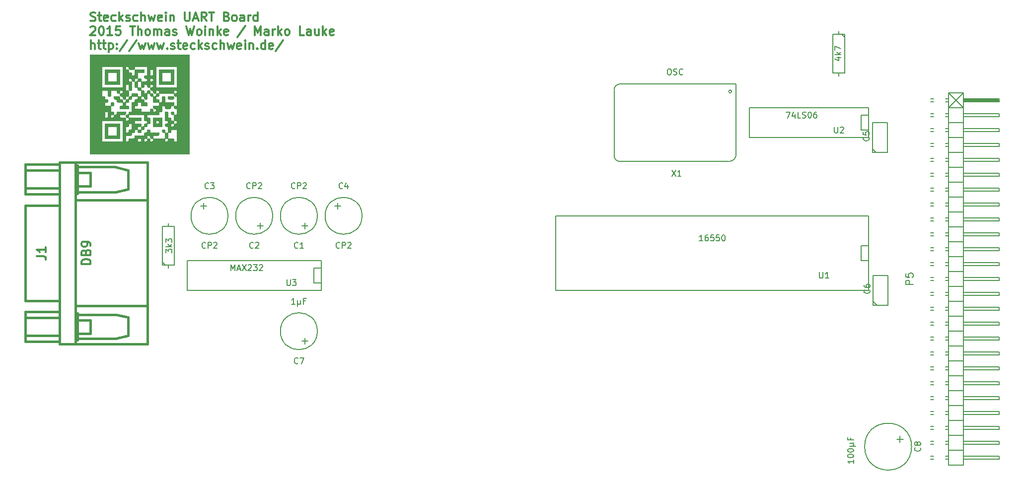
<source format=gbr>
%TF.FileFunction,Legend,Top*%
%FSLAX46Y46*%
G04 Gerber Fmt 4.6, Leading zero omitted, Abs format (unit mm)*
G04 Created by KiCad (PCBNEW (2014-12-04 BZR 5312)-product) date Wed 04 Feb 2015 08:31:08 AM CET*
%MOMM*%
G01*
G04 APERTURE LIST*
%ADD10C,0.100000*%
%ADD11C,0.300000*%
%ADD12C,0.150000*%
%ADD13C,0.381000*%
%ADD14C,0.203200*%
%ADD15C,0.304800*%
G04 APERTURE END LIST*
D10*
D11*
X73056714Y-51801143D02*
X73271000Y-51872571D01*
X73628143Y-51872571D01*
X73771000Y-51801143D01*
X73842429Y-51729714D01*
X73913857Y-51586857D01*
X73913857Y-51444000D01*
X73842429Y-51301143D01*
X73771000Y-51229714D01*
X73628143Y-51158286D01*
X73342429Y-51086857D01*
X73199571Y-51015429D01*
X73128143Y-50944000D01*
X73056714Y-50801143D01*
X73056714Y-50658286D01*
X73128143Y-50515429D01*
X73199571Y-50444000D01*
X73342429Y-50372571D01*
X73699571Y-50372571D01*
X73913857Y-50444000D01*
X74342428Y-50872571D02*
X74913857Y-50872571D01*
X74556714Y-50372571D02*
X74556714Y-51658286D01*
X74628142Y-51801143D01*
X74771000Y-51872571D01*
X74913857Y-51872571D01*
X75985285Y-51801143D02*
X75842428Y-51872571D01*
X75556714Y-51872571D01*
X75413857Y-51801143D01*
X75342428Y-51658286D01*
X75342428Y-51086857D01*
X75413857Y-50944000D01*
X75556714Y-50872571D01*
X75842428Y-50872571D01*
X75985285Y-50944000D01*
X76056714Y-51086857D01*
X76056714Y-51229714D01*
X75342428Y-51372571D01*
X77342428Y-51801143D02*
X77199571Y-51872571D01*
X76913857Y-51872571D01*
X76770999Y-51801143D01*
X76699571Y-51729714D01*
X76628142Y-51586857D01*
X76628142Y-51158286D01*
X76699571Y-51015429D01*
X76770999Y-50944000D01*
X76913857Y-50872571D01*
X77199571Y-50872571D01*
X77342428Y-50944000D01*
X77985285Y-51872571D02*
X77985285Y-50372571D01*
X78128142Y-51301143D02*
X78556713Y-51872571D01*
X78556713Y-50872571D02*
X77985285Y-51444000D01*
X79128142Y-51801143D02*
X79270999Y-51872571D01*
X79556714Y-51872571D01*
X79699571Y-51801143D01*
X79770999Y-51658286D01*
X79770999Y-51586857D01*
X79699571Y-51444000D01*
X79556714Y-51372571D01*
X79342428Y-51372571D01*
X79199571Y-51301143D01*
X79128142Y-51158286D01*
X79128142Y-51086857D01*
X79199571Y-50944000D01*
X79342428Y-50872571D01*
X79556714Y-50872571D01*
X79699571Y-50944000D01*
X81056714Y-51801143D02*
X80913857Y-51872571D01*
X80628143Y-51872571D01*
X80485285Y-51801143D01*
X80413857Y-51729714D01*
X80342428Y-51586857D01*
X80342428Y-51158286D01*
X80413857Y-51015429D01*
X80485285Y-50944000D01*
X80628143Y-50872571D01*
X80913857Y-50872571D01*
X81056714Y-50944000D01*
X81699571Y-51872571D02*
X81699571Y-50372571D01*
X82342428Y-51872571D02*
X82342428Y-51086857D01*
X82270999Y-50944000D01*
X82128142Y-50872571D01*
X81913857Y-50872571D01*
X81770999Y-50944000D01*
X81699571Y-51015429D01*
X82913857Y-50872571D02*
X83199571Y-51872571D01*
X83485285Y-51158286D01*
X83771000Y-51872571D01*
X84056714Y-50872571D01*
X85199571Y-51801143D02*
X85056714Y-51872571D01*
X84771000Y-51872571D01*
X84628143Y-51801143D01*
X84556714Y-51658286D01*
X84556714Y-51086857D01*
X84628143Y-50944000D01*
X84771000Y-50872571D01*
X85056714Y-50872571D01*
X85199571Y-50944000D01*
X85271000Y-51086857D01*
X85271000Y-51229714D01*
X84556714Y-51372571D01*
X85913857Y-51872571D02*
X85913857Y-50872571D01*
X85913857Y-50372571D02*
X85842428Y-50444000D01*
X85913857Y-50515429D01*
X85985285Y-50444000D01*
X85913857Y-50372571D01*
X85913857Y-50515429D01*
X86628143Y-50872571D02*
X86628143Y-51872571D01*
X86628143Y-51015429D02*
X86699571Y-50944000D01*
X86842429Y-50872571D01*
X87056714Y-50872571D01*
X87199571Y-50944000D01*
X87271000Y-51086857D01*
X87271000Y-51872571D01*
X89128143Y-50372571D02*
X89128143Y-51586857D01*
X89199571Y-51729714D01*
X89271000Y-51801143D01*
X89413857Y-51872571D01*
X89699571Y-51872571D01*
X89842429Y-51801143D01*
X89913857Y-51729714D01*
X89985286Y-51586857D01*
X89985286Y-50372571D01*
X90628143Y-51444000D02*
X91342429Y-51444000D01*
X90485286Y-51872571D02*
X90985286Y-50372571D01*
X91485286Y-51872571D01*
X92842429Y-51872571D02*
X92342429Y-51158286D01*
X91985286Y-51872571D02*
X91985286Y-50372571D01*
X92556714Y-50372571D01*
X92699572Y-50444000D01*
X92771000Y-50515429D01*
X92842429Y-50658286D01*
X92842429Y-50872571D01*
X92771000Y-51015429D01*
X92699572Y-51086857D01*
X92556714Y-51158286D01*
X91985286Y-51158286D01*
X93271000Y-50372571D02*
X94128143Y-50372571D01*
X93699572Y-51872571D02*
X93699572Y-50372571D01*
X96271000Y-51086857D02*
X96485286Y-51158286D01*
X96556714Y-51229714D01*
X96628143Y-51372571D01*
X96628143Y-51586857D01*
X96556714Y-51729714D01*
X96485286Y-51801143D01*
X96342428Y-51872571D01*
X95771000Y-51872571D01*
X95771000Y-50372571D01*
X96271000Y-50372571D01*
X96413857Y-50444000D01*
X96485286Y-50515429D01*
X96556714Y-50658286D01*
X96556714Y-50801143D01*
X96485286Y-50944000D01*
X96413857Y-51015429D01*
X96271000Y-51086857D01*
X95771000Y-51086857D01*
X97485286Y-51872571D02*
X97342428Y-51801143D01*
X97271000Y-51729714D01*
X97199571Y-51586857D01*
X97199571Y-51158286D01*
X97271000Y-51015429D01*
X97342428Y-50944000D01*
X97485286Y-50872571D01*
X97699571Y-50872571D01*
X97842428Y-50944000D01*
X97913857Y-51015429D01*
X97985286Y-51158286D01*
X97985286Y-51586857D01*
X97913857Y-51729714D01*
X97842428Y-51801143D01*
X97699571Y-51872571D01*
X97485286Y-51872571D01*
X99271000Y-51872571D02*
X99271000Y-51086857D01*
X99199571Y-50944000D01*
X99056714Y-50872571D01*
X98771000Y-50872571D01*
X98628143Y-50944000D01*
X99271000Y-51801143D02*
X99128143Y-51872571D01*
X98771000Y-51872571D01*
X98628143Y-51801143D01*
X98556714Y-51658286D01*
X98556714Y-51515429D01*
X98628143Y-51372571D01*
X98771000Y-51301143D01*
X99128143Y-51301143D01*
X99271000Y-51229714D01*
X99985286Y-51872571D02*
X99985286Y-50872571D01*
X99985286Y-51158286D02*
X100056714Y-51015429D01*
X100128143Y-50944000D01*
X100271000Y-50872571D01*
X100413857Y-50872571D01*
X101556714Y-51872571D02*
X101556714Y-50372571D01*
X101556714Y-51801143D02*
X101413857Y-51872571D01*
X101128143Y-51872571D01*
X100985285Y-51801143D01*
X100913857Y-51729714D01*
X100842428Y-51586857D01*
X100842428Y-51158286D01*
X100913857Y-51015429D01*
X100985285Y-50944000D01*
X101128143Y-50872571D01*
X101413857Y-50872571D01*
X101556714Y-50944000D01*
X73056714Y-52915429D02*
X73128143Y-52844000D01*
X73271000Y-52772571D01*
X73628143Y-52772571D01*
X73771000Y-52844000D01*
X73842429Y-52915429D01*
X73913857Y-53058286D01*
X73913857Y-53201143D01*
X73842429Y-53415429D01*
X72985286Y-54272571D01*
X73913857Y-54272571D01*
X74842428Y-52772571D02*
X74985285Y-52772571D01*
X75128142Y-52844000D01*
X75199571Y-52915429D01*
X75271000Y-53058286D01*
X75342428Y-53344000D01*
X75342428Y-53701143D01*
X75271000Y-53986857D01*
X75199571Y-54129714D01*
X75128142Y-54201143D01*
X74985285Y-54272571D01*
X74842428Y-54272571D01*
X74699571Y-54201143D01*
X74628142Y-54129714D01*
X74556714Y-53986857D01*
X74485285Y-53701143D01*
X74485285Y-53344000D01*
X74556714Y-53058286D01*
X74628142Y-52915429D01*
X74699571Y-52844000D01*
X74842428Y-52772571D01*
X76770999Y-54272571D02*
X75913856Y-54272571D01*
X76342428Y-54272571D02*
X76342428Y-52772571D01*
X76199571Y-52986857D01*
X76056713Y-53129714D01*
X75913856Y-53201143D01*
X78128142Y-52772571D02*
X77413856Y-52772571D01*
X77342427Y-53486857D01*
X77413856Y-53415429D01*
X77556713Y-53344000D01*
X77913856Y-53344000D01*
X78056713Y-53415429D01*
X78128142Y-53486857D01*
X78199570Y-53629714D01*
X78199570Y-53986857D01*
X78128142Y-54129714D01*
X78056713Y-54201143D01*
X77913856Y-54272571D01*
X77556713Y-54272571D01*
X77413856Y-54201143D01*
X77342427Y-54129714D01*
X79770998Y-52772571D02*
X80628141Y-52772571D01*
X80199570Y-54272571D02*
X80199570Y-52772571D01*
X81128141Y-54272571D02*
X81128141Y-52772571D01*
X81770998Y-54272571D02*
X81770998Y-53486857D01*
X81699569Y-53344000D01*
X81556712Y-53272571D01*
X81342427Y-53272571D01*
X81199569Y-53344000D01*
X81128141Y-53415429D01*
X82699570Y-54272571D02*
X82556712Y-54201143D01*
X82485284Y-54129714D01*
X82413855Y-53986857D01*
X82413855Y-53558286D01*
X82485284Y-53415429D01*
X82556712Y-53344000D01*
X82699570Y-53272571D01*
X82913855Y-53272571D01*
X83056712Y-53344000D01*
X83128141Y-53415429D01*
X83199570Y-53558286D01*
X83199570Y-53986857D01*
X83128141Y-54129714D01*
X83056712Y-54201143D01*
X82913855Y-54272571D01*
X82699570Y-54272571D01*
X83842427Y-54272571D02*
X83842427Y-53272571D01*
X83842427Y-53415429D02*
X83913855Y-53344000D01*
X84056713Y-53272571D01*
X84270998Y-53272571D01*
X84413855Y-53344000D01*
X84485284Y-53486857D01*
X84485284Y-54272571D01*
X84485284Y-53486857D02*
X84556713Y-53344000D01*
X84699570Y-53272571D01*
X84913855Y-53272571D01*
X85056713Y-53344000D01*
X85128141Y-53486857D01*
X85128141Y-54272571D01*
X86485284Y-54272571D02*
X86485284Y-53486857D01*
X86413855Y-53344000D01*
X86270998Y-53272571D01*
X85985284Y-53272571D01*
X85842427Y-53344000D01*
X86485284Y-54201143D02*
X86342427Y-54272571D01*
X85985284Y-54272571D01*
X85842427Y-54201143D01*
X85770998Y-54058286D01*
X85770998Y-53915429D01*
X85842427Y-53772571D01*
X85985284Y-53701143D01*
X86342427Y-53701143D01*
X86485284Y-53629714D01*
X87128141Y-54201143D02*
X87270998Y-54272571D01*
X87556713Y-54272571D01*
X87699570Y-54201143D01*
X87770998Y-54058286D01*
X87770998Y-53986857D01*
X87699570Y-53844000D01*
X87556713Y-53772571D01*
X87342427Y-53772571D01*
X87199570Y-53701143D01*
X87128141Y-53558286D01*
X87128141Y-53486857D01*
X87199570Y-53344000D01*
X87342427Y-53272571D01*
X87556713Y-53272571D01*
X87699570Y-53344000D01*
X89413856Y-52772571D02*
X89770999Y-54272571D01*
X90056713Y-53201143D01*
X90342427Y-54272571D01*
X90699570Y-52772571D01*
X91485285Y-54272571D02*
X91342427Y-54201143D01*
X91270999Y-54129714D01*
X91199570Y-53986857D01*
X91199570Y-53558286D01*
X91270999Y-53415429D01*
X91342427Y-53344000D01*
X91485285Y-53272571D01*
X91699570Y-53272571D01*
X91842427Y-53344000D01*
X91913856Y-53415429D01*
X91985285Y-53558286D01*
X91985285Y-53986857D01*
X91913856Y-54129714D01*
X91842427Y-54201143D01*
X91699570Y-54272571D01*
X91485285Y-54272571D01*
X92628142Y-54272571D02*
X92628142Y-53272571D01*
X92628142Y-52772571D02*
X92556713Y-52844000D01*
X92628142Y-52915429D01*
X92699570Y-52844000D01*
X92628142Y-52772571D01*
X92628142Y-52915429D01*
X93342428Y-53272571D02*
X93342428Y-54272571D01*
X93342428Y-53415429D02*
X93413856Y-53344000D01*
X93556714Y-53272571D01*
X93770999Y-53272571D01*
X93913856Y-53344000D01*
X93985285Y-53486857D01*
X93985285Y-54272571D01*
X94699571Y-54272571D02*
X94699571Y-52772571D01*
X94842428Y-53701143D02*
X95270999Y-54272571D01*
X95270999Y-53272571D02*
X94699571Y-53844000D01*
X96485285Y-54201143D02*
X96342428Y-54272571D01*
X96056714Y-54272571D01*
X95913857Y-54201143D01*
X95842428Y-54058286D01*
X95842428Y-53486857D01*
X95913857Y-53344000D01*
X96056714Y-53272571D01*
X96342428Y-53272571D01*
X96485285Y-53344000D01*
X96556714Y-53486857D01*
X96556714Y-53629714D01*
X95842428Y-53772571D01*
X99413856Y-52701143D02*
X98128142Y-54629714D01*
X101056714Y-54272571D02*
X101056714Y-52772571D01*
X101556714Y-53844000D01*
X102056714Y-52772571D01*
X102056714Y-54272571D01*
X103413857Y-54272571D02*
X103413857Y-53486857D01*
X103342428Y-53344000D01*
X103199571Y-53272571D01*
X102913857Y-53272571D01*
X102771000Y-53344000D01*
X103413857Y-54201143D02*
X103271000Y-54272571D01*
X102913857Y-54272571D01*
X102771000Y-54201143D01*
X102699571Y-54058286D01*
X102699571Y-53915429D01*
X102771000Y-53772571D01*
X102913857Y-53701143D01*
X103271000Y-53701143D01*
X103413857Y-53629714D01*
X104128143Y-54272571D02*
X104128143Y-53272571D01*
X104128143Y-53558286D02*
X104199571Y-53415429D01*
X104271000Y-53344000D01*
X104413857Y-53272571D01*
X104556714Y-53272571D01*
X105056714Y-54272571D02*
X105056714Y-52772571D01*
X105199571Y-53701143D02*
X105628142Y-54272571D01*
X105628142Y-53272571D02*
X105056714Y-53844000D01*
X106485286Y-54272571D02*
X106342428Y-54201143D01*
X106271000Y-54129714D01*
X106199571Y-53986857D01*
X106199571Y-53558286D01*
X106271000Y-53415429D01*
X106342428Y-53344000D01*
X106485286Y-53272571D01*
X106699571Y-53272571D01*
X106842428Y-53344000D01*
X106913857Y-53415429D01*
X106985286Y-53558286D01*
X106985286Y-53986857D01*
X106913857Y-54129714D01*
X106842428Y-54201143D01*
X106699571Y-54272571D01*
X106485286Y-54272571D01*
X109485286Y-54272571D02*
X108771000Y-54272571D01*
X108771000Y-52772571D01*
X110628143Y-54272571D02*
X110628143Y-53486857D01*
X110556714Y-53344000D01*
X110413857Y-53272571D01*
X110128143Y-53272571D01*
X109985286Y-53344000D01*
X110628143Y-54201143D02*
X110485286Y-54272571D01*
X110128143Y-54272571D01*
X109985286Y-54201143D01*
X109913857Y-54058286D01*
X109913857Y-53915429D01*
X109985286Y-53772571D01*
X110128143Y-53701143D01*
X110485286Y-53701143D01*
X110628143Y-53629714D01*
X111985286Y-53272571D02*
X111985286Y-54272571D01*
X111342429Y-53272571D02*
X111342429Y-54058286D01*
X111413857Y-54201143D01*
X111556715Y-54272571D01*
X111771000Y-54272571D01*
X111913857Y-54201143D01*
X111985286Y-54129714D01*
X112699572Y-54272571D02*
X112699572Y-52772571D01*
X112842429Y-53701143D02*
X113271000Y-54272571D01*
X113271000Y-53272571D02*
X112699572Y-53844000D01*
X114485286Y-54201143D02*
X114342429Y-54272571D01*
X114056715Y-54272571D01*
X113913858Y-54201143D01*
X113842429Y-54058286D01*
X113842429Y-53486857D01*
X113913858Y-53344000D01*
X114056715Y-53272571D01*
X114342429Y-53272571D01*
X114485286Y-53344000D01*
X114556715Y-53486857D01*
X114556715Y-53629714D01*
X113842429Y-53772571D01*
X73128143Y-56672571D02*
X73128143Y-55172571D01*
X73771000Y-56672571D02*
X73771000Y-55886857D01*
X73699571Y-55744000D01*
X73556714Y-55672571D01*
X73342429Y-55672571D01*
X73199571Y-55744000D01*
X73128143Y-55815429D01*
X74271000Y-55672571D02*
X74842429Y-55672571D01*
X74485286Y-55172571D02*
X74485286Y-56458286D01*
X74556714Y-56601143D01*
X74699572Y-56672571D01*
X74842429Y-56672571D01*
X75128143Y-55672571D02*
X75699572Y-55672571D01*
X75342429Y-55172571D02*
X75342429Y-56458286D01*
X75413857Y-56601143D01*
X75556715Y-56672571D01*
X75699572Y-56672571D01*
X76199572Y-55672571D02*
X76199572Y-57172571D01*
X76199572Y-55744000D02*
X76342429Y-55672571D01*
X76628143Y-55672571D01*
X76771000Y-55744000D01*
X76842429Y-55815429D01*
X76913858Y-55958286D01*
X76913858Y-56386857D01*
X76842429Y-56529714D01*
X76771000Y-56601143D01*
X76628143Y-56672571D01*
X76342429Y-56672571D01*
X76199572Y-56601143D01*
X77556715Y-56529714D02*
X77628143Y-56601143D01*
X77556715Y-56672571D01*
X77485286Y-56601143D01*
X77556715Y-56529714D01*
X77556715Y-56672571D01*
X77556715Y-55744000D02*
X77628143Y-55815429D01*
X77556715Y-55886857D01*
X77485286Y-55815429D01*
X77556715Y-55744000D01*
X77556715Y-55886857D01*
X79342429Y-55101143D02*
X78056715Y-57029714D01*
X80913858Y-55101143D02*
X79628144Y-57029714D01*
X81271002Y-55672571D02*
X81556716Y-56672571D01*
X81842430Y-55958286D01*
X82128145Y-56672571D01*
X82413859Y-55672571D01*
X82842431Y-55672571D02*
X83128145Y-56672571D01*
X83413859Y-55958286D01*
X83699574Y-56672571D01*
X83985288Y-55672571D01*
X84413860Y-55672571D02*
X84699574Y-56672571D01*
X84985288Y-55958286D01*
X85271003Y-56672571D01*
X85556717Y-55672571D01*
X86128146Y-56529714D02*
X86199574Y-56601143D01*
X86128146Y-56672571D01*
X86056717Y-56601143D01*
X86128146Y-56529714D01*
X86128146Y-56672571D01*
X86771003Y-56601143D02*
X86913860Y-56672571D01*
X87199575Y-56672571D01*
X87342432Y-56601143D01*
X87413860Y-56458286D01*
X87413860Y-56386857D01*
X87342432Y-56244000D01*
X87199575Y-56172571D01*
X86985289Y-56172571D01*
X86842432Y-56101143D01*
X86771003Y-55958286D01*
X86771003Y-55886857D01*
X86842432Y-55744000D01*
X86985289Y-55672571D01*
X87199575Y-55672571D01*
X87342432Y-55744000D01*
X87842432Y-55672571D02*
X88413861Y-55672571D01*
X88056718Y-55172571D02*
X88056718Y-56458286D01*
X88128146Y-56601143D01*
X88271004Y-56672571D01*
X88413861Y-56672571D01*
X89485289Y-56601143D02*
X89342432Y-56672571D01*
X89056718Y-56672571D01*
X88913861Y-56601143D01*
X88842432Y-56458286D01*
X88842432Y-55886857D01*
X88913861Y-55744000D01*
X89056718Y-55672571D01*
X89342432Y-55672571D01*
X89485289Y-55744000D01*
X89556718Y-55886857D01*
X89556718Y-56029714D01*
X88842432Y-56172571D01*
X90842432Y-56601143D02*
X90699575Y-56672571D01*
X90413861Y-56672571D01*
X90271003Y-56601143D01*
X90199575Y-56529714D01*
X90128146Y-56386857D01*
X90128146Y-55958286D01*
X90199575Y-55815429D01*
X90271003Y-55744000D01*
X90413861Y-55672571D01*
X90699575Y-55672571D01*
X90842432Y-55744000D01*
X91485289Y-56672571D02*
X91485289Y-55172571D01*
X91628146Y-56101143D02*
X92056717Y-56672571D01*
X92056717Y-55672571D02*
X91485289Y-56244000D01*
X92628146Y-56601143D02*
X92771003Y-56672571D01*
X93056718Y-56672571D01*
X93199575Y-56601143D01*
X93271003Y-56458286D01*
X93271003Y-56386857D01*
X93199575Y-56244000D01*
X93056718Y-56172571D01*
X92842432Y-56172571D01*
X92699575Y-56101143D01*
X92628146Y-55958286D01*
X92628146Y-55886857D01*
X92699575Y-55744000D01*
X92842432Y-55672571D01*
X93056718Y-55672571D01*
X93199575Y-55744000D01*
X94556718Y-56601143D02*
X94413861Y-56672571D01*
X94128147Y-56672571D01*
X93985289Y-56601143D01*
X93913861Y-56529714D01*
X93842432Y-56386857D01*
X93842432Y-55958286D01*
X93913861Y-55815429D01*
X93985289Y-55744000D01*
X94128147Y-55672571D01*
X94413861Y-55672571D01*
X94556718Y-55744000D01*
X95199575Y-56672571D02*
X95199575Y-55172571D01*
X95842432Y-56672571D02*
X95842432Y-55886857D01*
X95771003Y-55744000D01*
X95628146Y-55672571D01*
X95413861Y-55672571D01*
X95271003Y-55744000D01*
X95199575Y-55815429D01*
X96413861Y-55672571D02*
X96699575Y-56672571D01*
X96985289Y-55958286D01*
X97271004Y-56672571D01*
X97556718Y-55672571D01*
X98699575Y-56601143D02*
X98556718Y-56672571D01*
X98271004Y-56672571D01*
X98128147Y-56601143D01*
X98056718Y-56458286D01*
X98056718Y-55886857D01*
X98128147Y-55744000D01*
X98271004Y-55672571D01*
X98556718Y-55672571D01*
X98699575Y-55744000D01*
X98771004Y-55886857D01*
X98771004Y-56029714D01*
X98056718Y-56172571D01*
X99413861Y-56672571D02*
X99413861Y-55672571D01*
X99413861Y-55172571D02*
X99342432Y-55244000D01*
X99413861Y-55315429D01*
X99485289Y-55244000D01*
X99413861Y-55172571D01*
X99413861Y-55315429D01*
X100128147Y-55672571D02*
X100128147Y-56672571D01*
X100128147Y-55815429D02*
X100199575Y-55744000D01*
X100342433Y-55672571D01*
X100556718Y-55672571D01*
X100699575Y-55744000D01*
X100771004Y-55886857D01*
X100771004Y-56672571D01*
X101485290Y-56529714D02*
X101556718Y-56601143D01*
X101485290Y-56672571D01*
X101413861Y-56601143D01*
X101485290Y-56529714D01*
X101485290Y-56672571D01*
X102842433Y-56672571D02*
X102842433Y-55172571D01*
X102842433Y-56601143D02*
X102699576Y-56672571D01*
X102413862Y-56672571D01*
X102271004Y-56601143D01*
X102199576Y-56529714D01*
X102128147Y-56386857D01*
X102128147Y-55958286D01*
X102199576Y-55815429D01*
X102271004Y-55744000D01*
X102413862Y-55672571D01*
X102699576Y-55672571D01*
X102842433Y-55744000D01*
X104128147Y-56601143D02*
X103985290Y-56672571D01*
X103699576Y-56672571D01*
X103556719Y-56601143D01*
X103485290Y-56458286D01*
X103485290Y-55886857D01*
X103556719Y-55744000D01*
X103699576Y-55672571D01*
X103985290Y-55672571D01*
X104128147Y-55744000D01*
X104199576Y-55886857D01*
X104199576Y-56029714D01*
X103485290Y-56172571D01*
X105913861Y-55101143D02*
X104628147Y-57029714D01*
D12*
X216789000Y-65659000D02*
X216281000Y-65659000D01*
X216789000Y-65151000D02*
X216281000Y-65151000D01*
X216789000Y-82931000D02*
X216281000Y-82931000D01*
X216789000Y-83439000D02*
X216281000Y-83439000D01*
X216789000Y-85471000D02*
X216281000Y-85471000D01*
X216789000Y-85979000D02*
X216281000Y-85979000D01*
X216789000Y-80899000D02*
X216281000Y-80899000D01*
X216789000Y-80391000D02*
X216281000Y-80391000D01*
X216789000Y-78359000D02*
X216281000Y-78359000D01*
X216789000Y-77851000D02*
X216281000Y-77851000D01*
X216789000Y-67691000D02*
X216281000Y-67691000D01*
X216789000Y-68199000D02*
X216281000Y-68199000D01*
X216789000Y-70231000D02*
X216281000Y-70231000D01*
X216789000Y-70739000D02*
X216281000Y-70739000D01*
X216789000Y-75819000D02*
X216281000Y-75819000D01*
X216789000Y-75311000D02*
X216281000Y-75311000D01*
X216789000Y-73279000D02*
X216281000Y-73279000D01*
X216789000Y-72771000D02*
X216281000Y-72771000D01*
X216789000Y-113411000D02*
X216281000Y-113411000D01*
X216789000Y-113919000D02*
X216281000Y-113919000D01*
X216789000Y-115951000D02*
X216281000Y-115951000D01*
X216789000Y-116459000D02*
X216281000Y-116459000D01*
X216789000Y-111379000D02*
X216281000Y-111379000D01*
X216789000Y-110871000D02*
X216281000Y-110871000D01*
X216789000Y-108839000D02*
X216281000Y-108839000D01*
X216789000Y-108331000D02*
X216281000Y-108331000D01*
X216789000Y-118491000D02*
X216281000Y-118491000D01*
X216789000Y-118999000D02*
X216281000Y-118999000D01*
X216789000Y-121031000D02*
X216281000Y-121031000D01*
X216789000Y-121539000D02*
X216281000Y-121539000D01*
X216789000Y-126619000D02*
X216281000Y-126619000D01*
X216789000Y-126111000D02*
X216281000Y-126111000D01*
X216789000Y-124079000D02*
X216281000Y-124079000D01*
X216789000Y-123571000D02*
X216281000Y-123571000D01*
X216789000Y-103251000D02*
X216281000Y-103251000D01*
X216789000Y-103759000D02*
X216281000Y-103759000D01*
X216789000Y-105791000D02*
X216281000Y-105791000D01*
X216789000Y-106299000D02*
X216281000Y-106299000D01*
X216789000Y-101219000D02*
X216281000Y-101219000D01*
X216789000Y-100711000D02*
X216281000Y-100711000D01*
X216789000Y-98679000D02*
X216281000Y-98679000D01*
X216789000Y-98171000D02*
X216281000Y-98171000D01*
X216789000Y-88011000D02*
X216281000Y-88011000D01*
X216789000Y-88519000D02*
X216281000Y-88519000D01*
X216789000Y-90551000D02*
X216281000Y-90551000D01*
X216789000Y-91059000D02*
X216281000Y-91059000D01*
X216789000Y-96139000D02*
X216281000Y-96139000D01*
X216789000Y-95631000D02*
X216281000Y-95631000D01*
X216789000Y-93599000D02*
X216281000Y-93599000D01*
X216789000Y-93091000D02*
X216281000Y-93091000D01*
X219329000Y-110871000D02*
X218821000Y-110871000D01*
X219329000Y-111379000D02*
X218821000Y-111379000D01*
X219329000Y-113411000D02*
X218821000Y-113411000D01*
X219329000Y-113919000D02*
X218821000Y-113919000D01*
X219329000Y-108839000D02*
X218821000Y-108839000D01*
X219329000Y-108331000D02*
X218821000Y-108331000D01*
X219329000Y-106299000D02*
X218821000Y-106299000D01*
X219329000Y-105791000D02*
X218821000Y-105791000D01*
X219329000Y-115951000D02*
X218821000Y-115951000D01*
X219329000Y-116459000D02*
X218821000Y-116459000D01*
X219329000Y-118491000D02*
X218821000Y-118491000D01*
X219329000Y-118999000D02*
X218821000Y-118999000D01*
X219329000Y-124079000D02*
X218821000Y-124079000D01*
X219329000Y-123571000D02*
X218821000Y-123571000D01*
X219329000Y-121539000D02*
X218821000Y-121539000D01*
X219329000Y-121031000D02*
X218821000Y-121031000D01*
X219329000Y-126111000D02*
X218821000Y-126111000D01*
X219329000Y-126619000D02*
X218821000Y-126619000D01*
X219329000Y-90551000D02*
X218821000Y-90551000D01*
X219329000Y-91059000D02*
X218821000Y-91059000D01*
X219329000Y-93091000D02*
X218821000Y-93091000D01*
X219329000Y-93599000D02*
X218821000Y-93599000D01*
X219329000Y-88519000D02*
X218821000Y-88519000D01*
X219329000Y-88011000D02*
X218821000Y-88011000D01*
X219329000Y-85979000D02*
X218821000Y-85979000D01*
X219329000Y-85471000D02*
X218821000Y-85471000D01*
X219329000Y-95631000D02*
X218821000Y-95631000D01*
X219329000Y-96139000D02*
X218821000Y-96139000D01*
X219329000Y-98171000D02*
X218821000Y-98171000D01*
X219329000Y-98679000D02*
X218821000Y-98679000D01*
X219329000Y-103759000D02*
X218821000Y-103759000D01*
X219329000Y-103251000D02*
X218821000Y-103251000D01*
X219329000Y-101219000D02*
X218821000Y-101219000D01*
X219329000Y-100711000D02*
X218821000Y-100711000D01*
X219329000Y-80391000D02*
X218821000Y-80391000D01*
X219329000Y-80899000D02*
X218821000Y-80899000D01*
X219329000Y-82931000D02*
X218821000Y-82931000D01*
X219329000Y-83439000D02*
X218821000Y-83439000D01*
X219329000Y-78359000D02*
X218821000Y-78359000D01*
X219329000Y-77851000D02*
X218821000Y-77851000D01*
X219329000Y-75819000D02*
X218821000Y-75819000D01*
X219329000Y-75311000D02*
X218821000Y-75311000D01*
X219329000Y-65151000D02*
X218821000Y-65151000D01*
X219329000Y-65659000D02*
X218821000Y-65659000D01*
X219329000Y-67691000D02*
X218821000Y-67691000D01*
X219329000Y-68199000D02*
X218821000Y-68199000D01*
X219329000Y-73279000D02*
X218821000Y-73279000D01*
X219329000Y-72771000D02*
X218821000Y-72771000D01*
X219329000Y-70739000D02*
X218821000Y-70739000D01*
X219329000Y-70231000D02*
X218821000Y-70231000D01*
X219329000Y-64135000D02*
X221869000Y-66675000D01*
X221869000Y-64135000D02*
X219329000Y-66675000D01*
X221869000Y-65278000D02*
X227838000Y-65278000D01*
X227838000Y-65278000D02*
X227838000Y-65532000D01*
X227838000Y-65532000D02*
X221996000Y-65532000D01*
X221996000Y-65532000D02*
X221996000Y-65405000D01*
X221996000Y-65405000D02*
X227838000Y-65405000D01*
X219329000Y-104775000D02*
X221869000Y-104775000D01*
X219329000Y-104775000D02*
X219329000Y-107315000D01*
X219329000Y-107315000D02*
X221869000Y-107315000D01*
X221869000Y-105791000D02*
X227965000Y-105791000D01*
X227965000Y-105791000D02*
X227965000Y-106299000D01*
X227965000Y-106299000D02*
X221869000Y-106299000D01*
X221869000Y-107315000D02*
X221869000Y-104775000D01*
X221869000Y-109855000D02*
X221869000Y-107315000D01*
X227965000Y-108839000D02*
X221869000Y-108839000D01*
X227965000Y-108331000D02*
X227965000Y-108839000D01*
X221869000Y-108331000D02*
X227965000Y-108331000D01*
X219329000Y-109855000D02*
X221869000Y-109855000D01*
X219329000Y-107315000D02*
X219329000Y-109855000D01*
X219329000Y-107315000D02*
X221869000Y-107315000D01*
X219329000Y-112395000D02*
X221869000Y-112395000D01*
X219329000Y-112395000D02*
X219329000Y-114935000D01*
X219329000Y-114935000D02*
X221869000Y-114935000D01*
X221869000Y-113411000D02*
X227965000Y-113411000D01*
X227965000Y-113411000D02*
X227965000Y-113919000D01*
X227965000Y-113919000D02*
X221869000Y-113919000D01*
X221869000Y-114935000D02*
X221869000Y-112395000D01*
X221869000Y-112395000D02*
X221869000Y-109855000D01*
X227965000Y-111379000D02*
X221869000Y-111379000D01*
X227965000Y-110871000D02*
X227965000Y-111379000D01*
X221869000Y-110871000D02*
X227965000Y-110871000D01*
X219329000Y-112395000D02*
X221869000Y-112395000D01*
X219329000Y-109855000D02*
X219329000Y-112395000D01*
X219329000Y-109855000D02*
X221869000Y-109855000D01*
X219329000Y-120015000D02*
X221869000Y-120015000D01*
X219329000Y-120015000D02*
X219329000Y-122555000D01*
X219329000Y-122555000D02*
X221869000Y-122555000D01*
X221869000Y-121031000D02*
X227965000Y-121031000D01*
X227965000Y-121031000D02*
X227965000Y-121539000D01*
X227965000Y-121539000D02*
X221869000Y-121539000D01*
X221869000Y-122555000D02*
X221869000Y-120015000D01*
X221869000Y-125095000D02*
X221869000Y-122555000D01*
X227965000Y-124079000D02*
X221869000Y-124079000D01*
X227965000Y-123571000D02*
X227965000Y-124079000D01*
X221869000Y-123571000D02*
X227965000Y-123571000D01*
X219329000Y-125095000D02*
X221869000Y-125095000D01*
X219329000Y-122555000D02*
X219329000Y-125095000D01*
X219329000Y-122555000D02*
X221869000Y-122555000D01*
X219329000Y-117475000D02*
X221869000Y-117475000D01*
X219329000Y-117475000D02*
X219329000Y-120015000D01*
X219329000Y-120015000D02*
X221869000Y-120015000D01*
X221869000Y-118491000D02*
X227965000Y-118491000D01*
X227965000Y-118491000D02*
X227965000Y-118999000D01*
X227965000Y-118999000D02*
X221869000Y-118999000D01*
X221869000Y-120015000D02*
X221869000Y-117475000D01*
X221869000Y-117475000D02*
X221869000Y-114935000D01*
X227965000Y-116459000D02*
X221869000Y-116459000D01*
X227965000Y-115951000D02*
X227965000Y-116459000D01*
X221869000Y-115951000D02*
X227965000Y-115951000D01*
X219329000Y-117475000D02*
X221869000Y-117475000D01*
X219329000Y-114935000D02*
X219329000Y-117475000D01*
X219329000Y-114935000D02*
X221869000Y-114935000D01*
X221869000Y-127635000D02*
X221869000Y-125095000D01*
X227965000Y-126619000D02*
X221869000Y-126619000D01*
X227965000Y-126111000D02*
X227965000Y-126619000D01*
X221869000Y-126111000D02*
X227965000Y-126111000D01*
X219329000Y-127635000D02*
X221869000Y-127635000D01*
X219329000Y-125095000D02*
X219329000Y-127635000D01*
X219329000Y-125095000D02*
X221869000Y-125095000D01*
X219329000Y-84455000D02*
X221869000Y-84455000D01*
X219329000Y-84455000D02*
X219329000Y-86995000D01*
X219329000Y-86995000D02*
X221869000Y-86995000D01*
X221869000Y-85471000D02*
X227965000Y-85471000D01*
X227965000Y-85471000D02*
X227965000Y-85979000D01*
X227965000Y-85979000D02*
X221869000Y-85979000D01*
X221869000Y-86995000D02*
X221869000Y-84455000D01*
X221869000Y-89535000D02*
X221869000Y-86995000D01*
X227965000Y-88519000D02*
X221869000Y-88519000D01*
X227965000Y-88011000D02*
X227965000Y-88519000D01*
X221869000Y-88011000D02*
X227965000Y-88011000D01*
X219329000Y-89535000D02*
X221869000Y-89535000D01*
X219329000Y-86995000D02*
X219329000Y-89535000D01*
X219329000Y-86995000D02*
X221869000Y-86995000D01*
X219329000Y-92075000D02*
X221869000Y-92075000D01*
X219329000Y-92075000D02*
X219329000Y-94615000D01*
X219329000Y-94615000D02*
X221869000Y-94615000D01*
X221869000Y-93091000D02*
X227965000Y-93091000D01*
X227965000Y-93091000D02*
X227965000Y-93599000D01*
X227965000Y-93599000D02*
X221869000Y-93599000D01*
X221869000Y-94615000D02*
X221869000Y-92075000D01*
X221869000Y-92075000D02*
X221869000Y-89535000D01*
X227965000Y-91059000D02*
X221869000Y-91059000D01*
X227965000Y-90551000D02*
X227965000Y-91059000D01*
X221869000Y-90551000D02*
X227965000Y-90551000D01*
X219329000Y-92075000D02*
X221869000Y-92075000D01*
X219329000Y-89535000D02*
X219329000Y-92075000D01*
X219329000Y-89535000D02*
X221869000Y-89535000D01*
X219329000Y-99695000D02*
X221869000Y-99695000D01*
X219329000Y-99695000D02*
X219329000Y-102235000D01*
X219329000Y-102235000D02*
X221869000Y-102235000D01*
X221869000Y-100711000D02*
X227965000Y-100711000D01*
X227965000Y-100711000D02*
X227965000Y-101219000D01*
X227965000Y-101219000D02*
X221869000Y-101219000D01*
X221869000Y-102235000D02*
X221869000Y-99695000D01*
X221869000Y-104775000D02*
X221869000Y-102235000D01*
X227965000Y-103759000D02*
X221869000Y-103759000D01*
X227965000Y-103251000D02*
X227965000Y-103759000D01*
X221869000Y-103251000D02*
X227965000Y-103251000D01*
X219329000Y-104775000D02*
X221869000Y-104775000D01*
X219329000Y-102235000D02*
X219329000Y-104775000D01*
X219329000Y-102235000D02*
X221869000Y-102235000D01*
X219329000Y-97155000D02*
X221869000Y-97155000D01*
X219329000Y-97155000D02*
X219329000Y-99695000D01*
X219329000Y-99695000D02*
X221869000Y-99695000D01*
X221869000Y-98171000D02*
X227965000Y-98171000D01*
X227965000Y-98171000D02*
X227965000Y-98679000D01*
X227965000Y-98679000D02*
X221869000Y-98679000D01*
X221869000Y-99695000D02*
X221869000Y-97155000D01*
X221869000Y-97155000D02*
X221869000Y-94615000D01*
X227965000Y-96139000D02*
X221869000Y-96139000D01*
X227965000Y-95631000D02*
X227965000Y-96139000D01*
X221869000Y-95631000D02*
X227965000Y-95631000D01*
X219329000Y-97155000D02*
X221869000Y-97155000D01*
X219329000Y-94615000D02*
X219329000Y-97155000D01*
X219329000Y-94615000D02*
X221869000Y-94615000D01*
X219329000Y-74295000D02*
X221869000Y-74295000D01*
X219329000Y-74295000D02*
X219329000Y-76835000D01*
X219329000Y-76835000D02*
X221869000Y-76835000D01*
X221869000Y-75311000D02*
X227965000Y-75311000D01*
X227965000Y-75311000D02*
X227965000Y-75819000D01*
X227965000Y-75819000D02*
X221869000Y-75819000D01*
X221869000Y-76835000D02*
X221869000Y-74295000D01*
X221869000Y-79375000D02*
X221869000Y-76835000D01*
X227965000Y-78359000D02*
X221869000Y-78359000D01*
X227965000Y-77851000D02*
X227965000Y-78359000D01*
X221869000Y-77851000D02*
X227965000Y-77851000D01*
X219329000Y-79375000D02*
X221869000Y-79375000D01*
X219329000Y-76835000D02*
X219329000Y-79375000D01*
X219329000Y-76835000D02*
X221869000Y-76835000D01*
X219329000Y-81915000D02*
X221869000Y-81915000D01*
X219329000Y-81915000D02*
X219329000Y-84455000D01*
X219329000Y-84455000D02*
X221869000Y-84455000D01*
X221869000Y-82931000D02*
X227965000Y-82931000D01*
X227965000Y-82931000D02*
X227965000Y-83439000D01*
X227965000Y-83439000D02*
X221869000Y-83439000D01*
X221869000Y-84455000D02*
X221869000Y-81915000D01*
X221869000Y-81915000D02*
X221869000Y-79375000D01*
X227965000Y-80899000D02*
X221869000Y-80899000D01*
X227965000Y-80391000D02*
X227965000Y-80899000D01*
X221869000Y-80391000D02*
X227965000Y-80391000D01*
X219329000Y-81915000D02*
X221869000Y-81915000D01*
X219329000Y-79375000D02*
X219329000Y-81915000D01*
X219329000Y-79375000D02*
X221869000Y-79375000D01*
X219329000Y-69215000D02*
X221869000Y-69215000D01*
X219329000Y-69215000D02*
X219329000Y-71755000D01*
X219329000Y-71755000D02*
X221869000Y-71755000D01*
X221869000Y-70231000D02*
X227965000Y-70231000D01*
X227965000Y-70231000D02*
X227965000Y-70739000D01*
X227965000Y-70739000D02*
X221869000Y-70739000D01*
X221869000Y-71755000D02*
X221869000Y-69215000D01*
X221869000Y-74295000D02*
X221869000Y-71755000D01*
X227965000Y-73279000D02*
X221869000Y-73279000D01*
X227965000Y-72771000D02*
X227965000Y-73279000D01*
X221869000Y-72771000D02*
X227965000Y-72771000D01*
X219329000Y-74295000D02*
X221869000Y-74295000D01*
X219329000Y-71755000D02*
X219329000Y-74295000D01*
X219329000Y-71755000D02*
X221869000Y-71755000D01*
X219329000Y-66675000D02*
X221869000Y-66675000D01*
X219329000Y-66675000D02*
X219329000Y-69215000D01*
X219329000Y-69215000D02*
X221869000Y-69215000D01*
X221869000Y-67691000D02*
X227965000Y-67691000D01*
X227965000Y-67691000D02*
X227965000Y-68199000D01*
X227965000Y-68199000D02*
X221869000Y-68199000D01*
X221869000Y-69215000D02*
X221869000Y-66675000D01*
X221869000Y-66675000D02*
X221869000Y-64135000D01*
X227965000Y-65659000D02*
X221869000Y-65659000D01*
X227965000Y-65151000D02*
X227965000Y-65659000D01*
X221869000Y-65151000D02*
X227965000Y-65151000D01*
X219329000Y-66675000D02*
X221869000Y-66675000D01*
X219329000Y-64135000D02*
X219329000Y-66675000D01*
X219329000Y-64135000D02*
X221869000Y-64135000D01*
X206375000Y-74244200D02*
X206375000Y-69215000D01*
X206375000Y-69215000D02*
X208915000Y-69215000D01*
X208915000Y-69215000D02*
X208915000Y-74295000D01*
X208915000Y-74295000D02*
X206375000Y-74295000D01*
X207010000Y-74295000D02*
X206375000Y-73660000D01*
X206502000Y-100279200D02*
X206502000Y-95250000D01*
X206502000Y-95250000D02*
X209042000Y-95250000D01*
X209042000Y-95250000D02*
X209042000Y-100330000D01*
X209042000Y-100330000D02*
X206502000Y-100330000D01*
X207137000Y-100330000D02*
X206502000Y-99695000D01*
X200660000Y-53594000D02*
X200660000Y-54102000D01*
X200660000Y-61214000D02*
X200660000Y-60706000D01*
X200660000Y-60706000D02*
X201676000Y-60706000D01*
X201676000Y-60706000D02*
X201676000Y-54102000D01*
X201676000Y-54102000D02*
X199644000Y-54102000D01*
X199644000Y-54102000D02*
X199644000Y-60706000D01*
X199644000Y-60706000D02*
X200660000Y-60706000D01*
X201168000Y-54102000D02*
X201676000Y-54610000D01*
X86360000Y-93980000D02*
X86360000Y-93472000D01*
X86360000Y-86360000D02*
X86360000Y-86868000D01*
X86360000Y-86868000D02*
X85344000Y-86868000D01*
X85344000Y-86868000D02*
X85344000Y-93472000D01*
X85344000Y-93472000D02*
X87376000Y-93472000D01*
X87376000Y-93472000D02*
X87376000Y-86868000D01*
X87376000Y-86868000D02*
X86360000Y-86868000D01*
X85852000Y-93472000D02*
X85344000Y-92964000D01*
X205740000Y-92710000D02*
X204470000Y-92710000D01*
X204470000Y-92710000D02*
X204470000Y-90170000D01*
X204470000Y-90170000D02*
X205740000Y-90170000D01*
X205740000Y-97790000D02*
X152400000Y-97790000D01*
X152400000Y-97790000D02*
X152400000Y-85090000D01*
X152400000Y-85090000D02*
X205740000Y-85090000D01*
X205740000Y-85090000D02*
X205740000Y-97790000D01*
X205740000Y-71755000D02*
X185420000Y-71755000D01*
X185420000Y-66675000D02*
X205740000Y-66675000D01*
X205740000Y-66675000D02*
X205740000Y-71755000D01*
X205740000Y-70485000D02*
X204470000Y-70485000D01*
X204470000Y-70485000D02*
X204470000Y-67945000D01*
X204470000Y-67945000D02*
X205740000Y-67945000D01*
X185420000Y-71755000D02*
X185420000Y-66675000D01*
X112395000Y-96520000D02*
X112395000Y-96520000D01*
X112395000Y-96520000D02*
X111125000Y-96520000D01*
X111125000Y-96520000D02*
X111125000Y-93980000D01*
X111125000Y-93980000D02*
X112395000Y-93980000D01*
X112395000Y-97790000D02*
X89535000Y-97790000D01*
X89535000Y-97790000D02*
X89535000Y-92710000D01*
X89535000Y-92710000D02*
X112395000Y-92710000D01*
X112395000Y-92710000D02*
X112395000Y-97790000D01*
X182372000Y-63881000D02*
G75*
G03X182372000Y-63881000I-254000J0D01*
G01*
X183118760Y-74615040D02*
X183118760Y-62616080D01*
X163319460Y-62616080D02*
X183118760Y-62616080D01*
X162321240Y-74815700D02*
X162321240Y-63715900D01*
X181820820Y-75813920D02*
X163319460Y-75813920D01*
X162321240Y-74815700D02*
G75*
G03X163319460Y-75813920I998220J0D01*
G01*
X181924960Y-75813920D02*
G75*
G03X183123840Y-74615040I0J1198880D01*
G01*
X163319460Y-62616080D02*
G75*
G03X162321240Y-63614300I0J-998220D01*
G01*
X109585760Y-86789260D02*
X109085380Y-86789260D01*
X109585760Y-86789260D02*
X109585760Y-87289640D01*
X110086140Y-86789260D02*
X109585760Y-86789260D01*
X109585760Y-86789260D02*
X109585760Y-86390480D01*
X109585760Y-86390480D02*
X109585760Y-86288880D01*
X111734600Y-85090000D02*
G75*
G03X111734600Y-85090000I-3149600J0D01*
G01*
X101965760Y-86789260D02*
X101465380Y-86789260D01*
X101965760Y-86789260D02*
X101965760Y-87289640D01*
X102466140Y-86789260D02*
X101965760Y-86789260D01*
X101965760Y-86789260D02*
X101965760Y-86390480D01*
X101965760Y-86390480D02*
X101965760Y-86288880D01*
X104114600Y-85090000D02*
G75*
G03X104114600Y-85090000I-3149600J0D01*
G01*
X115204240Y-83390740D02*
X115704620Y-83390740D01*
X115204240Y-83390740D02*
X115204240Y-82890360D01*
X114703860Y-83390740D02*
X115204240Y-83390740D01*
X115204240Y-83390740D02*
X115204240Y-83789520D01*
X115204240Y-83789520D02*
X115204240Y-83891120D01*
X119354600Y-85090000D02*
G75*
G03X119354600Y-85090000I-3149600J0D01*
G01*
X109585760Y-106474260D02*
X109085380Y-106474260D01*
X109585760Y-106474260D02*
X109585760Y-106974640D01*
X110086140Y-106474260D02*
X109585760Y-106474260D01*
X109585760Y-106474260D02*
X109585760Y-106075480D01*
X109585760Y-106075480D02*
X109585760Y-105973880D01*
X111734600Y-104775000D02*
G75*
G03X111734600Y-104775000I-3149600J0D01*
G01*
X211066380Y-122659140D02*
X211066380Y-123685300D01*
X211617560Y-123184920D02*
X210566000Y-123184920D01*
X213042500Y-124460000D02*
G75*
G03X213042500Y-124460000I-4000500J0D01*
G01*
D10*
G36*
X89873667Y-74506667D02*
X87757000Y-74506667D01*
X87757000Y-72390000D01*
X87757000Y-71374000D01*
X87757000Y-70358000D01*
X87249000Y-70358000D01*
X86967805Y-70361326D01*
X86816030Y-70384608D01*
X86753764Y-70447803D01*
X86741095Y-70570865D01*
X86741000Y-70612000D01*
X86720021Y-70791908D01*
X86621060Y-70858219D01*
X86487000Y-70866000D01*
X86346402Y-70859348D01*
X86270515Y-70812784D01*
X86239382Y-70686395D01*
X86233048Y-70440270D01*
X86233000Y-70358000D01*
X86229674Y-70076805D01*
X86206392Y-69925030D01*
X86143198Y-69862764D01*
X86020135Y-69850095D01*
X85979000Y-69850000D01*
X85799092Y-69829021D01*
X85732782Y-69730060D01*
X85725000Y-69596000D01*
X85745979Y-69416092D01*
X85844940Y-69349782D01*
X85979000Y-69342000D01*
X86158908Y-69321021D01*
X86225219Y-69222060D01*
X86233000Y-69088000D01*
X86212021Y-68908092D01*
X86113060Y-68841782D01*
X85979000Y-68834000D01*
X85725000Y-68834000D01*
X85725000Y-68072000D01*
X85725000Y-67310000D01*
X85979000Y-67310000D01*
X86119598Y-67316652D01*
X86195485Y-67363216D01*
X86226618Y-67489605D01*
X86232953Y-67735731D01*
X86233000Y-67818000D01*
X86236326Y-68099196D01*
X86259608Y-68250970D01*
X86322803Y-68313236D01*
X86445865Y-68325905D01*
X86487000Y-68326000D01*
X86666908Y-68346979D01*
X86733219Y-68445940D01*
X86741000Y-68580000D01*
X86761979Y-68759908D01*
X86860940Y-68826219D01*
X86995000Y-68834000D01*
X87174908Y-68854979D01*
X87241219Y-68953940D01*
X87249000Y-69088000D01*
X87228021Y-69267908D01*
X87129060Y-69334219D01*
X86995000Y-69342000D01*
X86815092Y-69362979D01*
X86748782Y-69461940D01*
X86741000Y-69596000D01*
X86761979Y-69775908D01*
X86860940Y-69842219D01*
X86995000Y-69850000D01*
X87174908Y-69829021D01*
X87241219Y-69730060D01*
X87249000Y-69596000D01*
X87269979Y-69416092D01*
X87368940Y-69349782D01*
X87503000Y-69342000D01*
X87682908Y-69321021D01*
X87749219Y-69222060D01*
X87757000Y-69088000D01*
X87736021Y-68908092D01*
X87637060Y-68841782D01*
X87503000Y-68834000D01*
X87362402Y-68827348D01*
X87286515Y-68780784D01*
X87255382Y-68654395D01*
X87249048Y-68408270D01*
X87249000Y-68326000D01*
X87252326Y-68044805D01*
X87275608Y-67893030D01*
X87338803Y-67830764D01*
X87461865Y-67818095D01*
X87503000Y-67818000D01*
X87643598Y-67811348D01*
X87719485Y-67764784D01*
X87750618Y-67638395D01*
X87756953Y-67392270D01*
X87757000Y-67310000D01*
X87753674Y-67028805D01*
X87730392Y-66877030D01*
X87667198Y-66814764D01*
X87544135Y-66802095D01*
X87503000Y-66802000D01*
X87323092Y-66781021D01*
X87256782Y-66682060D01*
X87249000Y-66548000D01*
X87269979Y-66368092D01*
X87368940Y-66301782D01*
X87503000Y-66294000D01*
X87757000Y-66294000D01*
X87757000Y-65489667D01*
X87757000Y-64685334D01*
X87503000Y-64685334D01*
X87323092Y-64664354D01*
X87256782Y-64565394D01*
X87249000Y-64431334D01*
X87269979Y-64251425D01*
X87368940Y-64185115D01*
X87503000Y-64177334D01*
X87682908Y-64156354D01*
X87749219Y-64057394D01*
X87757000Y-63923334D01*
X87757000Y-63161334D01*
X87757000Y-61383334D01*
X87757000Y-59605334D01*
X85979000Y-59605334D01*
X84201000Y-59605334D01*
X84201000Y-61383334D01*
X84201000Y-63161334D01*
X85979000Y-63161334D01*
X87757000Y-63161334D01*
X87757000Y-63923334D01*
X87736021Y-63743425D01*
X87637060Y-63677115D01*
X87503000Y-63669334D01*
X87323092Y-63690313D01*
X87256782Y-63789273D01*
X87249000Y-63923334D01*
X87249000Y-64177334D01*
X85979000Y-64177334D01*
X84709000Y-64177334D01*
X84709000Y-63923334D01*
X84688021Y-63743425D01*
X84589060Y-63677115D01*
X84455000Y-63669334D01*
X84275092Y-63690313D01*
X84208782Y-63789273D01*
X84201000Y-63923334D01*
X84180021Y-64103242D01*
X84081060Y-64169552D01*
X83947000Y-64177334D01*
X83767092Y-64156354D01*
X83700782Y-64057394D01*
X83693000Y-63923334D01*
X83672021Y-63743425D01*
X83573060Y-63677115D01*
X83439000Y-63669334D01*
X83259092Y-63648354D01*
X83192782Y-63549394D01*
X83185000Y-63415334D01*
X83205979Y-63235425D01*
X83304940Y-63169115D01*
X83439000Y-63161334D01*
X83618908Y-63140354D01*
X83685219Y-63041394D01*
X83693000Y-62907334D01*
X83693000Y-61891334D01*
X83693000Y-60621334D01*
X83689674Y-60340138D01*
X83666392Y-60188363D01*
X83603198Y-60126098D01*
X83480135Y-60113429D01*
X83439000Y-60113334D01*
X83298402Y-60119986D01*
X83222515Y-60166550D01*
X83191382Y-60292939D01*
X83185048Y-60539064D01*
X83185000Y-60621334D01*
X83188326Y-60902529D01*
X83211608Y-61054304D01*
X83274803Y-61116569D01*
X83397865Y-61129238D01*
X83439000Y-61129334D01*
X83579598Y-61122681D01*
X83655485Y-61076117D01*
X83686618Y-60949728D01*
X83692953Y-60703603D01*
X83693000Y-60621334D01*
X83693000Y-61891334D01*
X83672021Y-61711425D01*
X83573060Y-61645115D01*
X83439000Y-61637334D01*
X83259092Y-61658313D01*
X83192782Y-61757273D01*
X83185000Y-61891334D01*
X83205979Y-62071242D01*
X83304940Y-62137552D01*
X83439000Y-62145334D01*
X83618908Y-62124354D01*
X83685219Y-62025394D01*
X83693000Y-61891334D01*
X83693000Y-62907334D01*
X83672021Y-62727425D01*
X83573060Y-62661115D01*
X83439000Y-62653334D01*
X83259092Y-62674313D01*
X83192782Y-62773273D01*
X83185000Y-62907334D01*
X83164021Y-63087242D01*
X83065060Y-63153552D01*
X82931000Y-63161334D01*
X82751092Y-63140354D01*
X82684782Y-63041394D01*
X82677000Y-62907334D01*
X82656021Y-62727425D01*
X82557060Y-62661115D01*
X82423000Y-62653334D01*
X82243092Y-62674313D01*
X82176782Y-62773273D01*
X82169000Y-62907334D01*
X82148021Y-63087242D01*
X82049060Y-63153552D01*
X81915000Y-63161334D01*
X81774402Y-63154681D01*
X81698515Y-63108117D01*
X81667382Y-62981728D01*
X81661048Y-62735603D01*
X81661000Y-62653334D01*
X81661000Y-62145334D01*
X82169000Y-62145334D01*
X82450196Y-62142007D01*
X82601970Y-62118725D01*
X82664236Y-62055531D01*
X82676905Y-61932468D01*
X82677000Y-61891334D01*
X82656021Y-61711425D01*
X82557060Y-61645115D01*
X82423000Y-61637334D01*
X82243092Y-61616354D01*
X82176782Y-61517394D01*
X82169000Y-61383334D01*
X82189979Y-61203425D01*
X82288940Y-61137115D01*
X82423000Y-61129334D01*
X82677000Y-61129334D01*
X82677000Y-60367334D01*
X82677000Y-59605334D01*
X81618667Y-59605334D01*
X80560334Y-59605334D01*
X80560334Y-59859334D01*
X80553681Y-59999931D01*
X80507117Y-60075819D01*
X80380728Y-60106951D01*
X80134603Y-60113286D01*
X80052334Y-60113334D01*
X79771138Y-60110007D01*
X79619363Y-60086725D01*
X79557098Y-60023531D01*
X79544429Y-59900468D01*
X79544334Y-59859334D01*
X79523354Y-59679425D01*
X79424394Y-59613115D01*
X79290334Y-59605334D01*
X79110425Y-59626313D01*
X79044115Y-59725273D01*
X79036334Y-59859334D01*
X79057313Y-60039242D01*
X79156273Y-60105552D01*
X79290334Y-60113334D01*
X79470242Y-60134313D01*
X79536552Y-60233273D01*
X79544334Y-60367334D01*
X79565313Y-60547242D01*
X79664273Y-60613552D01*
X79798334Y-60621334D01*
X79978242Y-60642313D01*
X80044552Y-60741273D01*
X80052334Y-60875334D01*
X80073313Y-61055242D01*
X80172273Y-61121552D01*
X80306334Y-61129334D01*
X80446931Y-61122681D01*
X80522819Y-61076117D01*
X80553951Y-60949728D01*
X80560286Y-60703603D01*
X80560334Y-60621334D01*
X80560334Y-60113334D01*
X81364667Y-60113334D01*
X82169000Y-60113334D01*
X82169000Y-60367334D01*
X82169000Y-60621334D01*
X81618667Y-60621334D01*
X81068334Y-60621334D01*
X81068334Y-61129334D01*
X81065007Y-61410529D01*
X81041725Y-61562304D01*
X80978531Y-61624569D01*
X80855468Y-61637238D01*
X80814334Y-61637334D01*
X80634425Y-61658313D01*
X80568115Y-61757273D01*
X80560334Y-61891334D01*
X80539354Y-62071242D01*
X80440394Y-62137552D01*
X80306334Y-62145334D01*
X80126425Y-62124354D01*
X80060115Y-62025394D01*
X80052334Y-61891334D01*
X80031354Y-61711425D01*
X79932394Y-61645115D01*
X79798334Y-61637334D01*
X79618425Y-61658313D01*
X79552115Y-61757273D01*
X79544334Y-61891334D01*
X79565313Y-62071242D01*
X79664273Y-62137552D01*
X79798334Y-62145334D01*
X80052334Y-62145334D01*
X80052334Y-62907334D01*
X80052334Y-63669334D01*
X79798334Y-63669334D01*
X79657736Y-63662681D01*
X79581848Y-63616117D01*
X79550716Y-63489728D01*
X79544381Y-63243603D01*
X79544334Y-63161334D01*
X79541007Y-62880138D01*
X79517725Y-62728363D01*
X79454531Y-62666098D01*
X79331468Y-62653429D01*
X79290334Y-62653334D01*
X79149736Y-62659986D01*
X79073848Y-62706550D01*
X79042716Y-62832939D01*
X79036381Y-63079064D01*
X79036334Y-63161334D01*
X79039660Y-63442529D01*
X79062942Y-63594304D01*
X79126136Y-63656569D01*
X79249199Y-63669238D01*
X79290334Y-63669334D01*
X79430931Y-63675986D01*
X79506819Y-63722550D01*
X79537951Y-63848939D01*
X79544286Y-64095064D01*
X79544334Y-64177334D01*
X79541007Y-64458529D01*
X79517725Y-64610304D01*
X79454531Y-64672569D01*
X79331468Y-64685238D01*
X79290334Y-64685334D01*
X79110425Y-64706313D01*
X79044115Y-64805273D01*
X79036334Y-64939334D01*
X79015354Y-65119242D01*
X78916394Y-65185552D01*
X78782334Y-65193334D01*
X78602425Y-65172354D01*
X78536115Y-65073394D01*
X78528334Y-64939334D01*
X78507354Y-64759425D01*
X78408394Y-64693115D01*
X78274334Y-64685334D01*
X78094425Y-64664354D01*
X78028115Y-64565394D01*
X78020334Y-64431334D01*
X78041313Y-64251425D01*
X78140273Y-64185115D01*
X78274334Y-64177334D01*
X78454242Y-64156354D01*
X78520552Y-64057394D01*
X78528334Y-63923334D01*
X78528334Y-63161334D01*
X78528334Y-61383334D01*
X78528334Y-59605334D01*
X76750334Y-59605334D01*
X74972334Y-59605334D01*
X74972334Y-61383334D01*
X74972334Y-63161334D01*
X76750334Y-63161334D01*
X78528334Y-63161334D01*
X78528334Y-63923334D01*
X78507354Y-63743425D01*
X78408394Y-63677115D01*
X78274334Y-63669334D01*
X78094425Y-63690313D01*
X78028115Y-63789273D01*
X78020334Y-63923334D01*
X77999354Y-64103242D01*
X77900394Y-64169552D01*
X77766334Y-64177334D01*
X77586425Y-64156354D01*
X77520115Y-64057394D01*
X77512334Y-63923334D01*
X77505681Y-63782736D01*
X77459117Y-63706848D01*
X77332728Y-63675716D01*
X77086603Y-63669381D01*
X77004334Y-63669334D01*
X76496334Y-63669334D01*
X76496334Y-64177334D01*
X76493007Y-64458529D01*
X76469725Y-64610304D01*
X76406531Y-64672569D01*
X76283468Y-64685238D01*
X76242334Y-64685334D01*
X76101736Y-64678681D01*
X76025848Y-64632117D01*
X75994716Y-64505728D01*
X75988381Y-64259603D01*
X75988334Y-64177334D01*
X75988334Y-63669334D01*
X75480334Y-63669334D01*
X74972334Y-63669334D01*
X74972334Y-64177334D01*
X74975660Y-64458529D01*
X74998942Y-64610304D01*
X75062136Y-64672569D01*
X75185199Y-64685238D01*
X75226334Y-64685334D01*
X75406242Y-64706313D01*
X75472552Y-64805273D01*
X75480334Y-64939334D01*
X75501313Y-65119242D01*
X75600273Y-65185552D01*
X75734334Y-65193334D01*
X75914242Y-65214313D01*
X75980552Y-65313273D01*
X75988334Y-65447334D01*
X75967354Y-65627242D01*
X75868394Y-65693552D01*
X75734334Y-65701334D01*
X75563681Y-65717853D01*
X75493686Y-65801643D01*
X75480334Y-65997667D01*
X75480334Y-66294000D01*
X75988334Y-66294000D01*
X76496334Y-66294000D01*
X76496334Y-66802000D01*
X76499660Y-67083196D01*
X76522942Y-67234970D01*
X76586136Y-67297236D01*
X76709199Y-67309905D01*
X76750334Y-67310000D01*
X76930242Y-67330979D01*
X76996552Y-67429940D01*
X77004334Y-67564000D01*
X76983354Y-67743908D01*
X76884394Y-67810219D01*
X76750334Y-67818000D01*
X76570425Y-67838979D01*
X76504115Y-67937940D01*
X76496334Y-68072000D01*
X76517313Y-68251908D01*
X76616273Y-68318219D01*
X76750334Y-68326000D01*
X76930242Y-68305021D01*
X76996552Y-68206060D01*
X77004334Y-68072000D01*
X77025313Y-67892092D01*
X77124273Y-67825782D01*
X77258334Y-67818000D01*
X77438242Y-67797021D01*
X77504552Y-67698060D01*
X77512334Y-67564000D01*
X77512334Y-67310000D01*
X78274334Y-67310000D01*
X79036334Y-67310000D01*
X79036334Y-67564000D01*
X79029681Y-67704598D01*
X78983117Y-67780485D01*
X78856728Y-67811618D01*
X78610603Y-67817953D01*
X78528334Y-67818000D01*
X78247138Y-67821326D01*
X78095363Y-67844608D01*
X78033098Y-67907803D01*
X78020429Y-68030865D01*
X78020334Y-68072000D01*
X78026986Y-68212598D01*
X78073550Y-68288485D01*
X78199939Y-68319618D01*
X78446064Y-68325953D01*
X78528334Y-68326000D01*
X78809529Y-68329326D01*
X78961304Y-68352608D01*
X79023569Y-68415803D01*
X79036238Y-68538865D01*
X79036334Y-68580000D01*
X79057313Y-68759908D01*
X79156273Y-68826219D01*
X79290334Y-68834000D01*
X79470242Y-68813021D01*
X79536552Y-68714060D01*
X79544334Y-68580000D01*
X79544334Y-68326000D01*
X80602667Y-68326000D01*
X81661000Y-68326000D01*
X81661000Y-68580000D01*
X81661000Y-68834000D01*
X81110667Y-68834000D01*
X80560334Y-68834000D01*
X80560334Y-69088000D01*
X80560334Y-69342000D01*
X81110667Y-69342000D01*
X81661000Y-69342000D01*
X81661000Y-69596000D01*
X81644481Y-69766653D01*
X81560691Y-69836648D01*
X81364667Y-69850000D01*
X81165572Y-69864160D01*
X81083911Y-69935980D01*
X81068334Y-70104000D01*
X81047354Y-70283908D01*
X80948394Y-70350219D01*
X80814334Y-70358000D01*
X80634425Y-70378979D01*
X80568115Y-70477940D01*
X80560334Y-70612000D01*
X80539354Y-70791908D01*
X80440394Y-70858219D01*
X80306334Y-70866000D01*
X80126425Y-70886979D01*
X80060115Y-70985940D01*
X80052334Y-71120000D01*
X80052334Y-69850000D01*
X80049007Y-69568805D01*
X80025725Y-69417030D01*
X79962531Y-69354764D01*
X79839468Y-69342095D01*
X79798334Y-69342000D01*
X79618425Y-69362979D01*
X79552115Y-69461940D01*
X79544334Y-69596000D01*
X79523354Y-69775908D01*
X79424394Y-69842219D01*
X79290334Y-69850000D01*
X79149736Y-69856652D01*
X79073848Y-69903216D01*
X79042716Y-70029605D01*
X79036381Y-70275731D01*
X79036334Y-70358000D01*
X79039660Y-70639196D01*
X79062942Y-70790970D01*
X79126136Y-70853236D01*
X79249199Y-70865905D01*
X79290334Y-70866000D01*
X79470242Y-70845021D01*
X79536552Y-70746060D01*
X79544334Y-70612000D01*
X79565313Y-70432092D01*
X79664273Y-70365782D01*
X79798334Y-70358000D01*
X79938931Y-70351348D01*
X80014819Y-70304784D01*
X80045951Y-70178395D01*
X80052286Y-69932270D01*
X80052334Y-69850000D01*
X80052334Y-71120000D01*
X80045681Y-71260598D01*
X79999117Y-71336485D01*
X79872728Y-71367618D01*
X79626603Y-71373953D01*
X79544334Y-71374000D01*
X79036334Y-71374000D01*
X79036334Y-71882000D01*
X79039660Y-72163196D01*
X79062942Y-72314970D01*
X79126136Y-72377236D01*
X79249199Y-72389905D01*
X79290334Y-72390000D01*
X79470242Y-72369021D01*
X79536552Y-72270060D01*
X79544334Y-72136000D01*
X79550986Y-71995402D01*
X79597550Y-71919515D01*
X79723939Y-71888382D01*
X79970064Y-71882048D01*
X80052334Y-71882000D01*
X80333529Y-71878674D01*
X80485304Y-71855392D01*
X80547569Y-71792198D01*
X80560238Y-71669135D01*
X80560334Y-71628000D01*
X80560334Y-71374000D01*
X81364667Y-71374000D01*
X82169000Y-71374000D01*
X82169000Y-71120000D01*
X82189979Y-70940092D01*
X82288940Y-70873782D01*
X82423000Y-70866000D01*
X82602908Y-70845021D01*
X82669219Y-70746060D01*
X82677000Y-70612000D01*
X82697979Y-70432092D01*
X82796940Y-70365782D01*
X82931000Y-70358000D01*
X83110908Y-70378979D01*
X83177219Y-70477940D01*
X83185000Y-70612000D01*
X83185000Y-70866000D01*
X83947000Y-70866000D01*
X84709000Y-70866000D01*
X84709000Y-71120000D01*
X84702348Y-71260598D01*
X84655784Y-71336485D01*
X84529395Y-71367618D01*
X84283270Y-71373953D01*
X84201000Y-71374000D01*
X83919805Y-71377326D01*
X83768030Y-71400608D01*
X83705764Y-71463803D01*
X83693095Y-71586865D01*
X83693000Y-71628000D01*
X83672021Y-71807908D01*
X83573060Y-71874219D01*
X83439000Y-71882000D01*
X83259092Y-71861021D01*
X83192782Y-71762060D01*
X83185000Y-71628000D01*
X83164021Y-71448092D01*
X83065060Y-71381782D01*
X82931000Y-71374000D01*
X82751092Y-71394979D01*
X82684782Y-71493940D01*
X82677000Y-71628000D01*
X82656021Y-71807908D01*
X82557060Y-71874219D01*
X82423000Y-71882000D01*
X82243092Y-71902979D01*
X82176782Y-72001940D01*
X82169000Y-72136000D01*
X82189979Y-72315908D01*
X82288940Y-72382219D01*
X82423000Y-72390000D01*
X82602908Y-72369021D01*
X82669219Y-72270060D01*
X82677000Y-72136000D01*
X82697979Y-71956092D01*
X82796940Y-71889782D01*
X82931000Y-71882000D01*
X83110908Y-71902979D01*
X83177219Y-72001940D01*
X83185000Y-72136000D01*
X83205979Y-72315908D01*
X83304940Y-72382219D01*
X83439000Y-72390000D01*
X83618908Y-72369021D01*
X83685219Y-72270060D01*
X83693000Y-72136000D01*
X83693000Y-71882000D01*
X84709000Y-71882000D01*
X85725000Y-71882000D01*
X85725000Y-72136000D01*
X85745979Y-72315908D01*
X85844940Y-72382219D01*
X85979000Y-72390000D01*
X86158908Y-72369021D01*
X86225219Y-72270060D01*
X86233000Y-72136000D01*
X86239652Y-71995402D01*
X86286216Y-71919515D01*
X86412605Y-71888382D01*
X86658731Y-71882048D01*
X86741000Y-71882000D01*
X87022196Y-71885326D01*
X87173970Y-71908608D01*
X87236236Y-71971803D01*
X87248905Y-72094865D01*
X87249000Y-72136000D01*
X87269979Y-72315908D01*
X87368940Y-72382219D01*
X87503000Y-72390000D01*
X87757000Y-72390000D01*
X87757000Y-74506667D01*
X81661000Y-74506667D01*
X81661000Y-72136000D01*
X81644481Y-71965347D01*
X81560691Y-71895353D01*
X81364667Y-71882000D01*
X81165572Y-71896160D01*
X81083911Y-71967980D01*
X81068334Y-72136000D01*
X81084853Y-72306653D01*
X81168643Y-72376648D01*
X81364667Y-72390000D01*
X81563762Y-72375841D01*
X81645422Y-72304021D01*
X81661000Y-72136000D01*
X81661000Y-74506667D01*
X81407000Y-74506667D01*
X78528334Y-74506667D01*
X78528334Y-72390000D01*
X78528334Y-70612000D01*
X78528334Y-68834000D01*
X76750334Y-68834000D01*
X75988334Y-68834000D01*
X75988334Y-67818000D01*
X75985007Y-67536805D01*
X75961725Y-67385030D01*
X75898531Y-67322764D01*
X75775468Y-67310095D01*
X75734334Y-67310000D01*
X75593736Y-67316652D01*
X75517848Y-67363216D01*
X75486716Y-67489605D01*
X75480381Y-67735731D01*
X75480334Y-67818000D01*
X75483660Y-68099196D01*
X75506942Y-68250970D01*
X75570136Y-68313236D01*
X75693199Y-68325905D01*
X75734334Y-68326000D01*
X75874931Y-68319348D01*
X75950819Y-68272784D01*
X75981951Y-68146395D01*
X75988286Y-67900270D01*
X75988334Y-67818000D01*
X75988334Y-68834000D01*
X74972334Y-68834000D01*
X74972334Y-70612000D01*
X74972334Y-72390000D01*
X76750334Y-72390000D01*
X78528334Y-72390000D01*
X78528334Y-74506667D01*
X72940334Y-74506667D01*
X72940334Y-66040000D01*
X72940334Y-57573334D01*
X81407000Y-57573334D01*
X89873667Y-57573334D01*
X89873667Y-66040000D01*
X89873667Y-74506667D01*
X89873667Y-74506667D01*
X89873667Y-74506667D01*
G37*
X89873667Y-74506667D02*
X87757000Y-74506667D01*
X87757000Y-72390000D01*
X87757000Y-71374000D01*
X87757000Y-70358000D01*
X87249000Y-70358000D01*
X86967805Y-70361326D01*
X86816030Y-70384608D01*
X86753764Y-70447803D01*
X86741095Y-70570865D01*
X86741000Y-70612000D01*
X86720021Y-70791908D01*
X86621060Y-70858219D01*
X86487000Y-70866000D01*
X86346402Y-70859348D01*
X86270515Y-70812784D01*
X86239382Y-70686395D01*
X86233048Y-70440270D01*
X86233000Y-70358000D01*
X86229674Y-70076805D01*
X86206392Y-69925030D01*
X86143198Y-69862764D01*
X86020135Y-69850095D01*
X85979000Y-69850000D01*
X85799092Y-69829021D01*
X85732782Y-69730060D01*
X85725000Y-69596000D01*
X85745979Y-69416092D01*
X85844940Y-69349782D01*
X85979000Y-69342000D01*
X86158908Y-69321021D01*
X86225219Y-69222060D01*
X86233000Y-69088000D01*
X86212021Y-68908092D01*
X86113060Y-68841782D01*
X85979000Y-68834000D01*
X85725000Y-68834000D01*
X85725000Y-68072000D01*
X85725000Y-67310000D01*
X85979000Y-67310000D01*
X86119598Y-67316652D01*
X86195485Y-67363216D01*
X86226618Y-67489605D01*
X86232953Y-67735731D01*
X86233000Y-67818000D01*
X86236326Y-68099196D01*
X86259608Y-68250970D01*
X86322803Y-68313236D01*
X86445865Y-68325905D01*
X86487000Y-68326000D01*
X86666908Y-68346979D01*
X86733219Y-68445940D01*
X86741000Y-68580000D01*
X86761979Y-68759908D01*
X86860940Y-68826219D01*
X86995000Y-68834000D01*
X87174908Y-68854979D01*
X87241219Y-68953940D01*
X87249000Y-69088000D01*
X87228021Y-69267908D01*
X87129060Y-69334219D01*
X86995000Y-69342000D01*
X86815092Y-69362979D01*
X86748782Y-69461940D01*
X86741000Y-69596000D01*
X86761979Y-69775908D01*
X86860940Y-69842219D01*
X86995000Y-69850000D01*
X87174908Y-69829021D01*
X87241219Y-69730060D01*
X87249000Y-69596000D01*
X87269979Y-69416092D01*
X87368940Y-69349782D01*
X87503000Y-69342000D01*
X87682908Y-69321021D01*
X87749219Y-69222060D01*
X87757000Y-69088000D01*
X87736021Y-68908092D01*
X87637060Y-68841782D01*
X87503000Y-68834000D01*
X87362402Y-68827348D01*
X87286515Y-68780784D01*
X87255382Y-68654395D01*
X87249048Y-68408270D01*
X87249000Y-68326000D01*
X87252326Y-68044805D01*
X87275608Y-67893030D01*
X87338803Y-67830764D01*
X87461865Y-67818095D01*
X87503000Y-67818000D01*
X87643598Y-67811348D01*
X87719485Y-67764784D01*
X87750618Y-67638395D01*
X87756953Y-67392270D01*
X87757000Y-67310000D01*
X87753674Y-67028805D01*
X87730392Y-66877030D01*
X87667198Y-66814764D01*
X87544135Y-66802095D01*
X87503000Y-66802000D01*
X87323092Y-66781021D01*
X87256782Y-66682060D01*
X87249000Y-66548000D01*
X87269979Y-66368092D01*
X87368940Y-66301782D01*
X87503000Y-66294000D01*
X87757000Y-66294000D01*
X87757000Y-65489667D01*
X87757000Y-64685334D01*
X87503000Y-64685334D01*
X87323092Y-64664354D01*
X87256782Y-64565394D01*
X87249000Y-64431334D01*
X87269979Y-64251425D01*
X87368940Y-64185115D01*
X87503000Y-64177334D01*
X87682908Y-64156354D01*
X87749219Y-64057394D01*
X87757000Y-63923334D01*
X87757000Y-63161334D01*
X87757000Y-61383334D01*
X87757000Y-59605334D01*
X85979000Y-59605334D01*
X84201000Y-59605334D01*
X84201000Y-61383334D01*
X84201000Y-63161334D01*
X85979000Y-63161334D01*
X87757000Y-63161334D01*
X87757000Y-63923334D01*
X87736021Y-63743425D01*
X87637060Y-63677115D01*
X87503000Y-63669334D01*
X87323092Y-63690313D01*
X87256782Y-63789273D01*
X87249000Y-63923334D01*
X87249000Y-64177334D01*
X85979000Y-64177334D01*
X84709000Y-64177334D01*
X84709000Y-63923334D01*
X84688021Y-63743425D01*
X84589060Y-63677115D01*
X84455000Y-63669334D01*
X84275092Y-63690313D01*
X84208782Y-63789273D01*
X84201000Y-63923334D01*
X84180021Y-64103242D01*
X84081060Y-64169552D01*
X83947000Y-64177334D01*
X83767092Y-64156354D01*
X83700782Y-64057394D01*
X83693000Y-63923334D01*
X83672021Y-63743425D01*
X83573060Y-63677115D01*
X83439000Y-63669334D01*
X83259092Y-63648354D01*
X83192782Y-63549394D01*
X83185000Y-63415334D01*
X83205979Y-63235425D01*
X83304940Y-63169115D01*
X83439000Y-63161334D01*
X83618908Y-63140354D01*
X83685219Y-63041394D01*
X83693000Y-62907334D01*
X83693000Y-61891334D01*
X83693000Y-60621334D01*
X83689674Y-60340138D01*
X83666392Y-60188363D01*
X83603198Y-60126098D01*
X83480135Y-60113429D01*
X83439000Y-60113334D01*
X83298402Y-60119986D01*
X83222515Y-60166550D01*
X83191382Y-60292939D01*
X83185048Y-60539064D01*
X83185000Y-60621334D01*
X83188326Y-60902529D01*
X83211608Y-61054304D01*
X83274803Y-61116569D01*
X83397865Y-61129238D01*
X83439000Y-61129334D01*
X83579598Y-61122681D01*
X83655485Y-61076117D01*
X83686618Y-60949728D01*
X83692953Y-60703603D01*
X83693000Y-60621334D01*
X83693000Y-61891334D01*
X83672021Y-61711425D01*
X83573060Y-61645115D01*
X83439000Y-61637334D01*
X83259092Y-61658313D01*
X83192782Y-61757273D01*
X83185000Y-61891334D01*
X83205979Y-62071242D01*
X83304940Y-62137552D01*
X83439000Y-62145334D01*
X83618908Y-62124354D01*
X83685219Y-62025394D01*
X83693000Y-61891334D01*
X83693000Y-62907334D01*
X83672021Y-62727425D01*
X83573060Y-62661115D01*
X83439000Y-62653334D01*
X83259092Y-62674313D01*
X83192782Y-62773273D01*
X83185000Y-62907334D01*
X83164021Y-63087242D01*
X83065060Y-63153552D01*
X82931000Y-63161334D01*
X82751092Y-63140354D01*
X82684782Y-63041394D01*
X82677000Y-62907334D01*
X82656021Y-62727425D01*
X82557060Y-62661115D01*
X82423000Y-62653334D01*
X82243092Y-62674313D01*
X82176782Y-62773273D01*
X82169000Y-62907334D01*
X82148021Y-63087242D01*
X82049060Y-63153552D01*
X81915000Y-63161334D01*
X81774402Y-63154681D01*
X81698515Y-63108117D01*
X81667382Y-62981728D01*
X81661048Y-62735603D01*
X81661000Y-62653334D01*
X81661000Y-62145334D01*
X82169000Y-62145334D01*
X82450196Y-62142007D01*
X82601970Y-62118725D01*
X82664236Y-62055531D01*
X82676905Y-61932468D01*
X82677000Y-61891334D01*
X82656021Y-61711425D01*
X82557060Y-61645115D01*
X82423000Y-61637334D01*
X82243092Y-61616354D01*
X82176782Y-61517394D01*
X82169000Y-61383334D01*
X82189979Y-61203425D01*
X82288940Y-61137115D01*
X82423000Y-61129334D01*
X82677000Y-61129334D01*
X82677000Y-60367334D01*
X82677000Y-59605334D01*
X81618667Y-59605334D01*
X80560334Y-59605334D01*
X80560334Y-59859334D01*
X80553681Y-59999931D01*
X80507117Y-60075819D01*
X80380728Y-60106951D01*
X80134603Y-60113286D01*
X80052334Y-60113334D01*
X79771138Y-60110007D01*
X79619363Y-60086725D01*
X79557098Y-60023531D01*
X79544429Y-59900468D01*
X79544334Y-59859334D01*
X79523354Y-59679425D01*
X79424394Y-59613115D01*
X79290334Y-59605334D01*
X79110425Y-59626313D01*
X79044115Y-59725273D01*
X79036334Y-59859334D01*
X79057313Y-60039242D01*
X79156273Y-60105552D01*
X79290334Y-60113334D01*
X79470242Y-60134313D01*
X79536552Y-60233273D01*
X79544334Y-60367334D01*
X79565313Y-60547242D01*
X79664273Y-60613552D01*
X79798334Y-60621334D01*
X79978242Y-60642313D01*
X80044552Y-60741273D01*
X80052334Y-60875334D01*
X80073313Y-61055242D01*
X80172273Y-61121552D01*
X80306334Y-61129334D01*
X80446931Y-61122681D01*
X80522819Y-61076117D01*
X80553951Y-60949728D01*
X80560286Y-60703603D01*
X80560334Y-60621334D01*
X80560334Y-60113334D01*
X81364667Y-60113334D01*
X82169000Y-60113334D01*
X82169000Y-60367334D01*
X82169000Y-60621334D01*
X81618667Y-60621334D01*
X81068334Y-60621334D01*
X81068334Y-61129334D01*
X81065007Y-61410529D01*
X81041725Y-61562304D01*
X80978531Y-61624569D01*
X80855468Y-61637238D01*
X80814334Y-61637334D01*
X80634425Y-61658313D01*
X80568115Y-61757273D01*
X80560334Y-61891334D01*
X80539354Y-62071242D01*
X80440394Y-62137552D01*
X80306334Y-62145334D01*
X80126425Y-62124354D01*
X80060115Y-62025394D01*
X80052334Y-61891334D01*
X80031354Y-61711425D01*
X79932394Y-61645115D01*
X79798334Y-61637334D01*
X79618425Y-61658313D01*
X79552115Y-61757273D01*
X79544334Y-61891334D01*
X79565313Y-62071242D01*
X79664273Y-62137552D01*
X79798334Y-62145334D01*
X80052334Y-62145334D01*
X80052334Y-62907334D01*
X80052334Y-63669334D01*
X79798334Y-63669334D01*
X79657736Y-63662681D01*
X79581848Y-63616117D01*
X79550716Y-63489728D01*
X79544381Y-63243603D01*
X79544334Y-63161334D01*
X79541007Y-62880138D01*
X79517725Y-62728363D01*
X79454531Y-62666098D01*
X79331468Y-62653429D01*
X79290334Y-62653334D01*
X79149736Y-62659986D01*
X79073848Y-62706550D01*
X79042716Y-62832939D01*
X79036381Y-63079064D01*
X79036334Y-63161334D01*
X79039660Y-63442529D01*
X79062942Y-63594304D01*
X79126136Y-63656569D01*
X79249199Y-63669238D01*
X79290334Y-63669334D01*
X79430931Y-63675986D01*
X79506819Y-63722550D01*
X79537951Y-63848939D01*
X79544286Y-64095064D01*
X79544334Y-64177334D01*
X79541007Y-64458529D01*
X79517725Y-64610304D01*
X79454531Y-64672569D01*
X79331468Y-64685238D01*
X79290334Y-64685334D01*
X79110425Y-64706313D01*
X79044115Y-64805273D01*
X79036334Y-64939334D01*
X79015354Y-65119242D01*
X78916394Y-65185552D01*
X78782334Y-65193334D01*
X78602425Y-65172354D01*
X78536115Y-65073394D01*
X78528334Y-64939334D01*
X78507354Y-64759425D01*
X78408394Y-64693115D01*
X78274334Y-64685334D01*
X78094425Y-64664354D01*
X78028115Y-64565394D01*
X78020334Y-64431334D01*
X78041313Y-64251425D01*
X78140273Y-64185115D01*
X78274334Y-64177334D01*
X78454242Y-64156354D01*
X78520552Y-64057394D01*
X78528334Y-63923334D01*
X78528334Y-63161334D01*
X78528334Y-61383334D01*
X78528334Y-59605334D01*
X76750334Y-59605334D01*
X74972334Y-59605334D01*
X74972334Y-61383334D01*
X74972334Y-63161334D01*
X76750334Y-63161334D01*
X78528334Y-63161334D01*
X78528334Y-63923334D01*
X78507354Y-63743425D01*
X78408394Y-63677115D01*
X78274334Y-63669334D01*
X78094425Y-63690313D01*
X78028115Y-63789273D01*
X78020334Y-63923334D01*
X77999354Y-64103242D01*
X77900394Y-64169552D01*
X77766334Y-64177334D01*
X77586425Y-64156354D01*
X77520115Y-64057394D01*
X77512334Y-63923334D01*
X77505681Y-63782736D01*
X77459117Y-63706848D01*
X77332728Y-63675716D01*
X77086603Y-63669381D01*
X77004334Y-63669334D01*
X76496334Y-63669334D01*
X76496334Y-64177334D01*
X76493007Y-64458529D01*
X76469725Y-64610304D01*
X76406531Y-64672569D01*
X76283468Y-64685238D01*
X76242334Y-64685334D01*
X76101736Y-64678681D01*
X76025848Y-64632117D01*
X75994716Y-64505728D01*
X75988381Y-64259603D01*
X75988334Y-64177334D01*
X75988334Y-63669334D01*
X75480334Y-63669334D01*
X74972334Y-63669334D01*
X74972334Y-64177334D01*
X74975660Y-64458529D01*
X74998942Y-64610304D01*
X75062136Y-64672569D01*
X75185199Y-64685238D01*
X75226334Y-64685334D01*
X75406242Y-64706313D01*
X75472552Y-64805273D01*
X75480334Y-64939334D01*
X75501313Y-65119242D01*
X75600273Y-65185552D01*
X75734334Y-65193334D01*
X75914242Y-65214313D01*
X75980552Y-65313273D01*
X75988334Y-65447334D01*
X75967354Y-65627242D01*
X75868394Y-65693552D01*
X75734334Y-65701334D01*
X75563681Y-65717853D01*
X75493686Y-65801643D01*
X75480334Y-65997667D01*
X75480334Y-66294000D01*
X75988334Y-66294000D01*
X76496334Y-66294000D01*
X76496334Y-66802000D01*
X76499660Y-67083196D01*
X76522942Y-67234970D01*
X76586136Y-67297236D01*
X76709199Y-67309905D01*
X76750334Y-67310000D01*
X76930242Y-67330979D01*
X76996552Y-67429940D01*
X77004334Y-67564000D01*
X76983354Y-67743908D01*
X76884394Y-67810219D01*
X76750334Y-67818000D01*
X76570425Y-67838979D01*
X76504115Y-67937940D01*
X76496334Y-68072000D01*
X76517313Y-68251908D01*
X76616273Y-68318219D01*
X76750334Y-68326000D01*
X76930242Y-68305021D01*
X76996552Y-68206060D01*
X77004334Y-68072000D01*
X77025313Y-67892092D01*
X77124273Y-67825782D01*
X77258334Y-67818000D01*
X77438242Y-67797021D01*
X77504552Y-67698060D01*
X77512334Y-67564000D01*
X77512334Y-67310000D01*
X78274334Y-67310000D01*
X79036334Y-67310000D01*
X79036334Y-67564000D01*
X79029681Y-67704598D01*
X78983117Y-67780485D01*
X78856728Y-67811618D01*
X78610603Y-67817953D01*
X78528334Y-67818000D01*
X78247138Y-67821326D01*
X78095363Y-67844608D01*
X78033098Y-67907803D01*
X78020429Y-68030865D01*
X78020334Y-68072000D01*
X78026986Y-68212598D01*
X78073550Y-68288485D01*
X78199939Y-68319618D01*
X78446064Y-68325953D01*
X78528334Y-68326000D01*
X78809529Y-68329326D01*
X78961304Y-68352608D01*
X79023569Y-68415803D01*
X79036238Y-68538865D01*
X79036334Y-68580000D01*
X79057313Y-68759908D01*
X79156273Y-68826219D01*
X79290334Y-68834000D01*
X79470242Y-68813021D01*
X79536552Y-68714060D01*
X79544334Y-68580000D01*
X79544334Y-68326000D01*
X80602667Y-68326000D01*
X81661000Y-68326000D01*
X81661000Y-68580000D01*
X81661000Y-68834000D01*
X81110667Y-68834000D01*
X80560334Y-68834000D01*
X80560334Y-69088000D01*
X80560334Y-69342000D01*
X81110667Y-69342000D01*
X81661000Y-69342000D01*
X81661000Y-69596000D01*
X81644481Y-69766653D01*
X81560691Y-69836648D01*
X81364667Y-69850000D01*
X81165572Y-69864160D01*
X81083911Y-69935980D01*
X81068334Y-70104000D01*
X81047354Y-70283908D01*
X80948394Y-70350219D01*
X80814334Y-70358000D01*
X80634425Y-70378979D01*
X80568115Y-70477940D01*
X80560334Y-70612000D01*
X80539354Y-70791908D01*
X80440394Y-70858219D01*
X80306334Y-70866000D01*
X80126425Y-70886979D01*
X80060115Y-70985940D01*
X80052334Y-71120000D01*
X80052334Y-69850000D01*
X80049007Y-69568805D01*
X80025725Y-69417030D01*
X79962531Y-69354764D01*
X79839468Y-69342095D01*
X79798334Y-69342000D01*
X79618425Y-69362979D01*
X79552115Y-69461940D01*
X79544334Y-69596000D01*
X79523354Y-69775908D01*
X79424394Y-69842219D01*
X79290334Y-69850000D01*
X79149736Y-69856652D01*
X79073848Y-69903216D01*
X79042716Y-70029605D01*
X79036381Y-70275731D01*
X79036334Y-70358000D01*
X79039660Y-70639196D01*
X79062942Y-70790970D01*
X79126136Y-70853236D01*
X79249199Y-70865905D01*
X79290334Y-70866000D01*
X79470242Y-70845021D01*
X79536552Y-70746060D01*
X79544334Y-70612000D01*
X79565313Y-70432092D01*
X79664273Y-70365782D01*
X79798334Y-70358000D01*
X79938931Y-70351348D01*
X80014819Y-70304784D01*
X80045951Y-70178395D01*
X80052286Y-69932270D01*
X80052334Y-69850000D01*
X80052334Y-71120000D01*
X80045681Y-71260598D01*
X79999117Y-71336485D01*
X79872728Y-71367618D01*
X79626603Y-71373953D01*
X79544334Y-71374000D01*
X79036334Y-71374000D01*
X79036334Y-71882000D01*
X79039660Y-72163196D01*
X79062942Y-72314970D01*
X79126136Y-72377236D01*
X79249199Y-72389905D01*
X79290334Y-72390000D01*
X79470242Y-72369021D01*
X79536552Y-72270060D01*
X79544334Y-72136000D01*
X79550986Y-71995402D01*
X79597550Y-71919515D01*
X79723939Y-71888382D01*
X79970064Y-71882048D01*
X80052334Y-71882000D01*
X80333529Y-71878674D01*
X80485304Y-71855392D01*
X80547569Y-71792198D01*
X80560238Y-71669135D01*
X80560334Y-71628000D01*
X80560334Y-71374000D01*
X81364667Y-71374000D01*
X82169000Y-71374000D01*
X82169000Y-71120000D01*
X82189979Y-70940092D01*
X82288940Y-70873782D01*
X82423000Y-70866000D01*
X82602908Y-70845021D01*
X82669219Y-70746060D01*
X82677000Y-70612000D01*
X82697979Y-70432092D01*
X82796940Y-70365782D01*
X82931000Y-70358000D01*
X83110908Y-70378979D01*
X83177219Y-70477940D01*
X83185000Y-70612000D01*
X83185000Y-70866000D01*
X83947000Y-70866000D01*
X84709000Y-70866000D01*
X84709000Y-71120000D01*
X84702348Y-71260598D01*
X84655784Y-71336485D01*
X84529395Y-71367618D01*
X84283270Y-71373953D01*
X84201000Y-71374000D01*
X83919805Y-71377326D01*
X83768030Y-71400608D01*
X83705764Y-71463803D01*
X83693095Y-71586865D01*
X83693000Y-71628000D01*
X83672021Y-71807908D01*
X83573060Y-71874219D01*
X83439000Y-71882000D01*
X83259092Y-71861021D01*
X83192782Y-71762060D01*
X83185000Y-71628000D01*
X83164021Y-71448092D01*
X83065060Y-71381782D01*
X82931000Y-71374000D01*
X82751092Y-71394979D01*
X82684782Y-71493940D01*
X82677000Y-71628000D01*
X82656021Y-71807908D01*
X82557060Y-71874219D01*
X82423000Y-71882000D01*
X82243092Y-71902979D01*
X82176782Y-72001940D01*
X82169000Y-72136000D01*
X82189979Y-72315908D01*
X82288940Y-72382219D01*
X82423000Y-72390000D01*
X82602908Y-72369021D01*
X82669219Y-72270060D01*
X82677000Y-72136000D01*
X82697979Y-71956092D01*
X82796940Y-71889782D01*
X82931000Y-71882000D01*
X83110908Y-71902979D01*
X83177219Y-72001940D01*
X83185000Y-72136000D01*
X83205979Y-72315908D01*
X83304940Y-72382219D01*
X83439000Y-72390000D01*
X83618908Y-72369021D01*
X83685219Y-72270060D01*
X83693000Y-72136000D01*
X83693000Y-71882000D01*
X84709000Y-71882000D01*
X85725000Y-71882000D01*
X85725000Y-72136000D01*
X85745979Y-72315908D01*
X85844940Y-72382219D01*
X85979000Y-72390000D01*
X86158908Y-72369021D01*
X86225219Y-72270060D01*
X86233000Y-72136000D01*
X86239652Y-71995402D01*
X86286216Y-71919515D01*
X86412605Y-71888382D01*
X86658731Y-71882048D01*
X86741000Y-71882000D01*
X87022196Y-71885326D01*
X87173970Y-71908608D01*
X87236236Y-71971803D01*
X87248905Y-72094865D01*
X87249000Y-72136000D01*
X87269979Y-72315908D01*
X87368940Y-72382219D01*
X87503000Y-72390000D01*
X87757000Y-72390000D01*
X87757000Y-74506667D01*
X81661000Y-74506667D01*
X81661000Y-72136000D01*
X81644481Y-71965347D01*
X81560691Y-71895353D01*
X81364667Y-71882000D01*
X81165572Y-71896160D01*
X81083911Y-71967980D01*
X81068334Y-72136000D01*
X81084853Y-72306653D01*
X81168643Y-72376648D01*
X81364667Y-72390000D01*
X81563762Y-72375841D01*
X81645422Y-72304021D01*
X81661000Y-72136000D01*
X81661000Y-74506667D01*
X81407000Y-74506667D01*
X78528334Y-74506667D01*
X78528334Y-72390000D01*
X78528334Y-70612000D01*
X78528334Y-68834000D01*
X76750334Y-68834000D01*
X75988334Y-68834000D01*
X75988334Y-67818000D01*
X75985007Y-67536805D01*
X75961725Y-67385030D01*
X75898531Y-67322764D01*
X75775468Y-67310095D01*
X75734334Y-67310000D01*
X75593736Y-67316652D01*
X75517848Y-67363216D01*
X75486716Y-67489605D01*
X75480381Y-67735731D01*
X75480334Y-67818000D01*
X75483660Y-68099196D01*
X75506942Y-68250970D01*
X75570136Y-68313236D01*
X75693199Y-68325905D01*
X75734334Y-68326000D01*
X75874931Y-68319348D01*
X75950819Y-68272784D01*
X75981951Y-68146395D01*
X75988286Y-67900270D01*
X75988334Y-67818000D01*
X75988334Y-68834000D01*
X74972334Y-68834000D01*
X74972334Y-70612000D01*
X74972334Y-72390000D01*
X76750334Y-72390000D01*
X78528334Y-72390000D01*
X78528334Y-74506667D01*
X72940334Y-74506667D01*
X72940334Y-66040000D01*
X72940334Y-57573334D01*
X81407000Y-57573334D01*
X89873667Y-57573334D01*
X89873667Y-66040000D01*
X89873667Y-74506667D01*
X89873667Y-74506667D01*
G36*
X78020334Y-71882000D02*
X77512334Y-71882000D01*
X77512334Y-71374000D01*
X77512334Y-70612000D01*
X77512334Y-69850000D01*
X76750334Y-69850000D01*
X75988334Y-69850000D01*
X75988334Y-70612000D01*
X75988334Y-71374000D01*
X76750334Y-71374000D01*
X77512334Y-71374000D01*
X77512334Y-71882000D01*
X76750334Y-71882000D01*
X75480334Y-71882000D01*
X75480334Y-70612000D01*
X75480334Y-69342000D01*
X76750334Y-69342000D01*
X78020334Y-69342000D01*
X78020334Y-70612000D01*
X78020334Y-71882000D01*
X78020334Y-71882000D01*
X78020334Y-71882000D01*
G37*
X78020334Y-71882000D02*
X77512334Y-71882000D01*
X77512334Y-71374000D01*
X77512334Y-70612000D01*
X77512334Y-69850000D01*
X76750334Y-69850000D01*
X75988334Y-69850000D01*
X75988334Y-70612000D01*
X75988334Y-71374000D01*
X76750334Y-71374000D01*
X77512334Y-71374000D01*
X77512334Y-71882000D01*
X76750334Y-71882000D01*
X75480334Y-71882000D01*
X75480334Y-70612000D01*
X75480334Y-69342000D01*
X76750334Y-69342000D01*
X78020334Y-69342000D01*
X78020334Y-70612000D01*
X78020334Y-71882000D01*
X78020334Y-71882000D01*
G36*
X86233000Y-71374000D02*
X86229674Y-71655196D01*
X86206392Y-71806970D01*
X86143198Y-71869236D01*
X86020135Y-71881905D01*
X85979000Y-71882000D01*
X85838402Y-71875348D01*
X85762515Y-71828784D01*
X85731382Y-71702395D01*
X85725048Y-71456270D01*
X85725000Y-71374000D01*
X85721674Y-71092805D01*
X85698392Y-70941030D01*
X85635198Y-70878764D01*
X85512135Y-70866095D01*
X85471000Y-70866000D01*
X85291092Y-70845021D01*
X85224782Y-70746060D01*
X85217000Y-70612000D01*
X85237979Y-70432092D01*
X85336940Y-70365782D01*
X85471000Y-70358000D01*
X85650908Y-70378979D01*
X85717219Y-70477940D01*
X85725000Y-70612000D01*
X85745979Y-70791908D01*
X85844940Y-70858219D01*
X85979000Y-70866000D01*
X86119598Y-70872652D01*
X86195485Y-70919216D01*
X86226618Y-71045605D01*
X86232953Y-71291731D01*
X86233000Y-71374000D01*
X86233000Y-71374000D01*
X86233000Y-71374000D01*
G37*
X86233000Y-71374000D02*
X86229674Y-71655196D01*
X86206392Y-71806970D01*
X86143198Y-71869236D01*
X86020135Y-71881905D01*
X85979000Y-71882000D01*
X85838402Y-71875348D01*
X85762515Y-71828784D01*
X85731382Y-71702395D01*
X85725048Y-71456270D01*
X85725000Y-71374000D01*
X85721674Y-71092805D01*
X85698392Y-70941030D01*
X85635198Y-70878764D01*
X85512135Y-70866095D01*
X85471000Y-70866000D01*
X85291092Y-70845021D01*
X85224782Y-70746060D01*
X85217000Y-70612000D01*
X85237979Y-70432092D01*
X85336940Y-70365782D01*
X85471000Y-70358000D01*
X85650908Y-70378979D01*
X85717219Y-70477940D01*
X85725000Y-70612000D01*
X85745979Y-70791908D01*
X85844940Y-70858219D01*
X85979000Y-70866000D01*
X86119598Y-70872652D01*
X86195485Y-70919216D01*
X86226618Y-71045605D01*
X86232953Y-71291731D01*
X86233000Y-71374000D01*
X86233000Y-71374000D01*
G36*
X87249000Y-65997667D02*
X87234841Y-66196762D01*
X87163021Y-66278422D01*
X86995000Y-66294000D01*
X86815092Y-66314979D01*
X86748782Y-66413940D01*
X86741000Y-66548000D01*
X86734348Y-66688598D01*
X86687784Y-66764485D01*
X86561395Y-66795618D01*
X86315270Y-66801953D01*
X86233000Y-66802000D01*
X85951805Y-66798674D01*
X85800030Y-66775392D01*
X85737764Y-66712198D01*
X85725095Y-66589135D01*
X85725000Y-66548000D01*
X85704021Y-66368092D01*
X85605060Y-66301782D01*
X85471000Y-66294000D01*
X85330402Y-66300652D01*
X85254515Y-66347216D01*
X85223382Y-66473605D01*
X85217048Y-66719731D01*
X85217000Y-66802000D01*
X85213674Y-67083196D01*
X85190392Y-67234970D01*
X85127198Y-67297236D01*
X85004135Y-67309905D01*
X84963000Y-67310000D01*
X84783092Y-67330979D01*
X84716782Y-67429940D01*
X84709000Y-67564000D01*
X84709000Y-66294000D01*
X84709000Y-65997667D01*
X84709000Y-65701334D01*
X84201000Y-65701334D01*
X83693000Y-65701334D01*
X83693000Y-65193334D01*
X83689674Y-64912138D01*
X83666392Y-64760363D01*
X83603198Y-64698098D01*
X83480135Y-64685429D01*
X83439000Y-64685334D01*
X83259092Y-64664354D01*
X83192782Y-64565394D01*
X83185000Y-64431334D01*
X83164021Y-64251425D01*
X83065060Y-64185115D01*
X82931000Y-64177334D01*
X82790402Y-64183986D01*
X82714515Y-64230550D01*
X82683382Y-64356939D01*
X82677048Y-64603064D01*
X82677000Y-64685334D01*
X82673674Y-64966529D01*
X82650392Y-65118304D01*
X82587198Y-65180569D01*
X82464135Y-65193238D01*
X82423000Y-65193334D01*
X82243092Y-65172354D01*
X82176782Y-65073394D01*
X82169000Y-64939334D01*
X82148021Y-64759425D01*
X82049060Y-64693115D01*
X81915000Y-64685334D01*
X81735092Y-64706313D01*
X81668782Y-64805273D01*
X81661000Y-64939334D01*
X81681979Y-65119242D01*
X81780940Y-65185552D01*
X81915000Y-65193334D01*
X82094908Y-65214313D01*
X82161219Y-65313273D01*
X82169000Y-65447334D01*
X82189979Y-65627242D01*
X82288940Y-65693552D01*
X82423000Y-65701334D01*
X82593653Y-65717853D01*
X82663648Y-65801643D01*
X82677000Y-65997667D01*
X82677000Y-66294000D01*
X82169000Y-66294000D01*
X81661000Y-66294000D01*
X81661000Y-65997667D01*
X81647894Y-65799055D01*
X81573947Y-65717603D01*
X81387222Y-65701370D01*
X81364667Y-65701334D01*
X81166055Y-65714440D01*
X81084603Y-65788386D01*
X81068370Y-65975111D01*
X81068334Y-65997667D01*
X81054174Y-66196762D01*
X80982354Y-66278422D01*
X80814334Y-66294000D01*
X80634425Y-66314979D01*
X80568115Y-66413940D01*
X80560334Y-66548000D01*
X80560334Y-66802000D01*
X81110667Y-66802000D01*
X81661000Y-66802000D01*
X81661000Y-67056000D01*
X81661000Y-67310000D01*
X82423000Y-67310000D01*
X83185000Y-67310000D01*
X83185000Y-67056000D01*
X83205979Y-66876092D01*
X83304940Y-66809782D01*
X83439000Y-66802000D01*
X83618908Y-66822979D01*
X83685219Y-66921940D01*
X83693000Y-67056000D01*
X83713979Y-67235908D01*
X83812940Y-67302219D01*
X83947000Y-67310000D01*
X84126908Y-67289021D01*
X84193219Y-67190060D01*
X84201000Y-67056000D01*
X84180021Y-66876092D01*
X84081060Y-66809782D01*
X83947000Y-66802000D01*
X83767092Y-66781021D01*
X83700782Y-66682060D01*
X83693000Y-66548000D01*
X83699652Y-66407402D01*
X83746216Y-66331515D01*
X83872605Y-66300382D01*
X84118731Y-66294048D01*
X84201000Y-66294000D01*
X84709000Y-66294000D01*
X84709000Y-67564000D01*
X84709000Y-67818000D01*
X83693000Y-67818000D01*
X82677000Y-67818000D01*
X82677000Y-68072000D01*
X82697979Y-68251908D01*
X82796940Y-68318219D01*
X82931000Y-68326000D01*
X83071598Y-68332652D01*
X83147485Y-68379216D01*
X83178618Y-68505605D01*
X83184953Y-68751731D01*
X83185000Y-68834000D01*
X83181674Y-69115196D01*
X83158392Y-69266970D01*
X83095198Y-69329236D01*
X82972135Y-69341905D01*
X82931000Y-69342000D01*
X82751092Y-69362979D01*
X82684782Y-69461940D01*
X82677000Y-69596000D01*
X82656021Y-69775908D01*
X82557060Y-69842219D01*
X82423000Y-69850000D01*
X82243092Y-69870979D01*
X82176782Y-69969940D01*
X82169000Y-70104000D01*
X82148021Y-70283908D01*
X82049060Y-70350219D01*
X81915000Y-70358000D01*
X81735092Y-70378979D01*
X81668782Y-70477940D01*
X81661000Y-70612000D01*
X81644481Y-70782653D01*
X81560691Y-70852648D01*
X81364667Y-70866000D01*
X81165572Y-70851841D01*
X81083911Y-70780021D01*
X81068334Y-70612000D01*
X81084853Y-70441347D01*
X81168643Y-70371353D01*
X81364667Y-70358000D01*
X81563762Y-70343841D01*
X81645422Y-70272021D01*
X81661000Y-70104000D01*
X81681979Y-69924092D01*
X81780940Y-69857782D01*
X81915000Y-69850000D01*
X82094908Y-69829021D01*
X82161219Y-69730060D01*
X82169000Y-69596000D01*
X82189979Y-69416092D01*
X82288940Y-69349782D01*
X82423000Y-69342000D01*
X82602908Y-69321021D01*
X82669219Y-69222060D01*
X82677000Y-69088000D01*
X82656021Y-68908092D01*
X82557060Y-68841782D01*
X82423000Y-68834000D01*
X82282402Y-68827348D01*
X82206515Y-68780784D01*
X82175382Y-68654395D01*
X82169048Y-68408270D01*
X82169000Y-68326000D01*
X82169000Y-67818000D01*
X80856667Y-67818000D01*
X79544334Y-67818000D01*
X79544334Y-68072000D01*
X79523354Y-68251908D01*
X79424394Y-68318219D01*
X79290334Y-68326000D01*
X79110425Y-68305021D01*
X79044115Y-68206060D01*
X79036334Y-68072000D01*
X79057313Y-67892092D01*
X79156273Y-67825782D01*
X79290334Y-67818000D01*
X79470242Y-67797021D01*
X79536552Y-67698060D01*
X79544334Y-67564000D01*
X79565313Y-67384092D01*
X79664273Y-67317782D01*
X79798334Y-67310000D01*
X80052334Y-67310000D01*
X80052334Y-66505667D01*
X80052334Y-65701334D01*
X80306334Y-65701334D01*
X80486242Y-65680354D01*
X80552552Y-65581394D01*
X80560334Y-65447334D01*
X80581313Y-65267425D01*
X80680273Y-65201115D01*
X80814334Y-65193334D01*
X80994242Y-65172354D01*
X81060552Y-65073394D01*
X81068334Y-64939334D01*
X81061681Y-64798736D01*
X81015117Y-64722848D01*
X80888728Y-64691716D01*
X80642603Y-64685381D01*
X80560334Y-64685334D01*
X80279138Y-64688660D01*
X80127363Y-64711942D01*
X80065098Y-64775136D01*
X80052429Y-64898199D01*
X80052334Y-64939334D01*
X80031354Y-65119242D01*
X79932394Y-65185552D01*
X79798334Y-65193334D01*
X79618425Y-65214313D01*
X79552115Y-65313273D01*
X79544334Y-65447334D01*
X79523354Y-65627242D01*
X79424394Y-65693552D01*
X79290334Y-65701334D01*
X79119681Y-65717853D01*
X79049686Y-65801643D01*
X79036334Y-65997667D01*
X79050493Y-66196762D01*
X79122313Y-66278422D01*
X79290334Y-66294000D01*
X79470242Y-66314979D01*
X79536552Y-66413940D01*
X79544334Y-66548000D01*
X79544334Y-66802000D01*
X78782334Y-66802000D01*
X78020334Y-66802000D01*
X78020334Y-66548000D01*
X78041313Y-66368092D01*
X78140273Y-66301782D01*
X78274334Y-66294000D01*
X78444986Y-66277481D01*
X78514981Y-66193691D01*
X78528334Y-65997667D01*
X78528334Y-65701334D01*
X78020334Y-65701334D01*
X77739138Y-65698007D01*
X77587363Y-65674725D01*
X77525098Y-65611531D01*
X77512429Y-65488468D01*
X77512334Y-65447334D01*
X77491354Y-65267425D01*
X77392394Y-65201115D01*
X77258334Y-65193334D01*
X77078425Y-65172354D01*
X77012115Y-65073394D01*
X77004334Y-64939334D01*
X77010986Y-64798736D01*
X77057550Y-64722848D01*
X77183939Y-64691716D01*
X77430064Y-64685381D01*
X77512334Y-64685334D01*
X77793529Y-64688660D01*
X77945304Y-64711942D01*
X78007569Y-64775136D01*
X78020238Y-64898199D01*
X78020334Y-64939334D01*
X78041313Y-65119242D01*
X78140273Y-65185552D01*
X78274334Y-65193334D01*
X78454242Y-65214313D01*
X78520552Y-65313273D01*
X78528334Y-65447334D01*
X78549313Y-65627242D01*
X78648273Y-65693552D01*
X78782334Y-65701334D01*
X78962242Y-65680354D01*
X79028552Y-65581394D01*
X79036334Y-65447334D01*
X79057313Y-65267425D01*
X79156273Y-65201115D01*
X79290334Y-65193334D01*
X79470242Y-65172354D01*
X79536552Y-65073394D01*
X79544334Y-64939334D01*
X79565313Y-64759425D01*
X79664273Y-64693115D01*
X79798334Y-64685334D01*
X79978242Y-64664354D01*
X80044552Y-64565394D01*
X80052334Y-64431334D01*
X80058986Y-64290736D01*
X80105550Y-64214848D01*
X80231939Y-64183716D01*
X80478064Y-64177381D01*
X80560334Y-64177334D01*
X80841529Y-64180660D01*
X80993304Y-64203942D01*
X81055569Y-64267136D01*
X81068238Y-64390199D01*
X81068334Y-64431334D01*
X81084853Y-64601986D01*
X81168643Y-64671981D01*
X81364667Y-64685334D01*
X81661000Y-64685334D01*
X81661000Y-64177334D01*
X81661000Y-63669334D01*
X81364667Y-63669334D01*
X81165572Y-63655174D01*
X81083911Y-63583354D01*
X81068334Y-63415334D01*
X81047354Y-63235425D01*
X80948394Y-63169115D01*
X80814334Y-63161334D01*
X80673736Y-63154681D01*
X80597848Y-63108117D01*
X80566716Y-62981728D01*
X80560381Y-62735603D01*
X80560334Y-62653334D01*
X80563660Y-62372138D01*
X80586942Y-62220363D01*
X80650136Y-62158098D01*
X80773199Y-62145429D01*
X80814334Y-62145334D01*
X80994242Y-62124354D01*
X81060552Y-62025394D01*
X81068334Y-61891334D01*
X81084853Y-61720681D01*
X81168643Y-61650686D01*
X81364667Y-61637334D01*
X81563762Y-61651493D01*
X81645422Y-61723313D01*
X81661000Y-61891334D01*
X81644481Y-62061986D01*
X81560691Y-62131981D01*
X81364667Y-62145334D01*
X81068334Y-62145334D01*
X81068334Y-62653334D01*
X81068334Y-63161334D01*
X81364667Y-63161334D01*
X81563762Y-63175493D01*
X81645422Y-63247313D01*
X81661000Y-63415334D01*
X81681979Y-63595242D01*
X81780940Y-63661552D01*
X81915000Y-63669334D01*
X82094908Y-63690313D01*
X82161219Y-63789273D01*
X82169000Y-63923334D01*
X82189979Y-64103242D01*
X82288940Y-64169552D01*
X82423000Y-64177334D01*
X82602908Y-64156354D01*
X82669219Y-64057394D01*
X82677000Y-63923334D01*
X82697979Y-63743425D01*
X82796940Y-63677115D01*
X82931000Y-63669334D01*
X83110908Y-63690313D01*
X83177219Y-63789273D01*
X83185000Y-63923334D01*
X83205979Y-64103242D01*
X83304940Y-64169552D01*
X83439000Y-64177334D01*
X83618908Y-64198313D01*
X83685219Y-64297273D01*
X83693000Y-64431334D01*
X83713979Y-64611242D01*
X83812940Y-64677552D01*
X83947000Y-64685334D01*
X84126908Y-64664354D01*
X84193219Y-64565394D01*
X84201000Y-64431334D01*
X84221979Y-64251425D01*
X84320940Y-64185115D01*
X84455000Y-64177334D01*
X84634908Y-64198313D01*
X84701219Y-64297273D01*
X84709000Y-64431334D01*
X84688021Y-64611242D01*
X84589060Y-64677552D01*
X84455000Y-64685334D01*
X84275092Y-64706313D01*
X84208782Y-64805273D01*
X84201000Y-64939334D01*
X84221979Y-65119242D01*
X84320940Y-65185552D01*
X84455000Y-65193334D01*
X84634908Y-65214313D01*
X84701219Y-65313273D01*
X84709000Y-65447334D01*
X84729979Y-65627242D01*
X84828940Y-65693552D01*
X84963000Y-65701334D01*
X85103598Y-65694681D01*
X85179485Y-65648117D01*
X85210618Y-65521728D01*
X85216953Y-65275603D01*
X85217000Y-65193334D01*
X85220326Y-64912138D01*
X85243608Y-64760363D01*
X85306803Y-64698098D01*
X85429865Y-64685429D01*
X85471000Y-64685334D01*
X85611598Y-64691986D01*
X85687485Y-64738550D01*
X85718618Y-64864939D01*
X85724953Y-65111064D01*
X85725000Y-65193334D01*
X85725000Y-65701334D01*
X86487000Y-65701334D01*
X87249000Y-65701334D01*
X87249000Y-65997667D01*
X87249000Y-65997667D01*
X87249000Y-65997667D01*
G37*
X87249000Y-65997667D02*
X87234841Y-66196762D01*
X87163021Y-66278422D01*
X86995000Y-66294000D01*
X86815092Y-66314979D01*
X86748782Y-66413940D01*
X86741000Y-66548000D01*
X86734348Y-66688598D01*
X86687784Y-66764485D01*
X86561395Y-66795618D01*
X86315270Y-66801953D01*
X86233000Y-66802000D01*
X85951805Y-66798674D01*
X85800030Y-66775392D01*
X85737764Y-66712198D01*
X85725095Y-66589135D01*
X85725000Y-66548000D01*
X85704021Y-66368092D01*
X85605060Y-66301782D01*
X85471000Y-66294000D01*
X85330402Y-66300652D01*
X85254515Y-66347216D01*
X85223382Y-66473605D01*
X85217048Y-66719731D01*
X85217000Y-66802000D01*
X85213674Y-67083196D01*
X85190392Y-67234970D01*
X85127198Y-67297236D01*
X85004135Y-67309905D01*
X84963000Y-67310000D01*
X84783092Y-67330979D01*
X84716782Y-67429940D01*
X84709000Y-67564000D01*
X84709000Y-66294000D01*
X84709000Y-65997667D01*
X84709000Y-65701334D01*
X84201000Y-65701334D01*
X83693000Y-65701334D01*
X83693000Y-65193334D01*
X83689674Y-64912138D01*
X83666392Y-64760363D01*
X83603198Y-64698098D01*
X83480135Y-64685429D01*
X83439000Y-64685334D01*
X83259092Y-64664354D01*
X83192782Y-64565394D01*
X83185000Y-64431334D01*
X83164021Y-64251425D01*
X83065060Y-64185115D01*
X82931000Y-64177334D01*
X82790402Y-64183986D01*
X82714515Y-64230550D01*
X82683382Y-64356939D01*
X82677048Y-64603064D01*
X82677000Y-64685334D01*
X82673674Y-64966529D01*
X82650392Y-65118304D01*
X82587198Y-65180569D01*
X82464135Y-65193238D01*
X82423000Y-65193334D01*
X82243092Y-65172354D01*
X82176782Y-65073394D01*
X82169000Y-64939334D01*
X82148021Y-64759425D01*
X82049060Y-64693115D01*
X81915000Y-64685334D01*
X81735092Y-64706313D01*
X81668782Y-64805273D01*
X81661000Y-64939334D01*
X81681979Y-65119242D01*
X81780940Y-65185552D01*
X81915000Y-65193334D01*
X82094908Y-65214313D01*
X82161219Y-65313273D01*
X82169000Y-65447334D01*
X82189979Y-65627242D01*
X82288940Y-65693552D01*
X82423000Y-65701334D01*
X82593653Y-65717853D01*
X82663648Y-65801643D01*
X82677000Y-65997667D01*
X82677000Y-66294000D01*
X82169000Y-66294000D01*
X81661000Y-66294000D01*
X81661000Y-65997667D01*
X81647894Y-65799055D01*
X81573947Y-65717603D01*
X81387222Y-65701370D01*
X81364667Y-65701334D01*
X81166055Y-65714440D01*
X81084603Y-65788386D01*
X81068370Y-65975111D01*
X81068334Y-65997667D01*
X81054174Y-66196762D01*
X80982354Y-66278422D01*
X80814334Y-66294000D01*
X80634425Y-66314979D01*
X80568115Y-66413940D01*
X80560334Y-66548000D01*
X80560334Y-66802000D01*
X81110667Y-66802000D01*
X81661000Y-66802000D01*
X81661000Y-67056000D01*
X81661000Y-67310000D01*
X82423000Y-67310000D01*
X83185000Y-67310000D01*
X83185000Y-67056000D01*
X83205979Y-66876092D01*
X83304940Y-66809782D01*
X83439000Y-66802000D01*
X83618908Y-66822979D01*
X83685219Y-66921940D01*
X83693000Y-67056000D01*
X83713979Y-67235908D01*
X83812940Y-67302219D01*
X83947000Y-67310000D01*
X84126908Y-67289021D01*
X84193219Y-67190060D01*
X84201000Y-67056000D01*
X84180021Y-66876092D01*
X84081060Y-66809782D01*
X83947000Y-66802000D01*
X83767092Y-66781021D01*
X83700782Y-66682060D01*
X83693000Y-66548000D01*
X83699652Y-66407402D01*
X83746216Y-66331515D01*
X83872605Y-66300382D01*
X84118731Y-66294048D01*
X84201000Y-66294000D01*
X84709000Y-66294000D01*
X84709000Y-67564000D01*
X84709000Y-67818000D01*
X83693000Y-67818000D01*
X82677000Y-67818000D01*
X82677000Y-68072000D01*
X82697979Y-68251908D01*
X82796940Y-68318219D01*
X82931000Y-68326000D01*
X83071598Y-68332652D01*
X83147485Y-68379216D01*
X83178618Y-68505605D01*
X83184953Y-68751731D01*
X83185000Y-68834000D01*
X83181674Y-69115196D01*
X83158392Y-69266970D01*
X83095198Y-69329236D01*
X82972135Y-69341905D01*
X82931000Y-69342000D01*
X82751092Y-69362979D01*
X82684782Y-69461940D01*
X82677000Y-69596000D01*
X82656021Y-69775908D01*
X82557060Y-69842219D01*
X82423000Y-69850000D01*
X82243092Y-69870979D01*
X82176782Y-69969940D01*
X82169000Y-70104000D01*
X82148021Y-70283908D01*
X82049060Y-70350219D01*
X81915000Y-70358000D01*
X81735092Y-70378979D01*
X81668782Y-70477940D01*
X81661000Y-70612000D01*
X81644481Y-70782653D01*
X81560691Y-70852648D01*
X81364667Y-70866000D01*
X81165572Y-70851841D01*
X81083911Y-70780021D01*
X81068334Y-70612000D01*
X81084853Y-70441347D01*
X81168643Y-70371353D01*
X81364667Y-70358000D01*
X81563762Y-70343841D01*
X81645422Y-70272021D01*
X81661000Y-70104000D01*
X81681979Y-69924092D01*
X81780940Y-69857782D01*
X81915000Y-69850000D01*
X82094908Y-69829021D01*
X82161219Y-69730060D01*
X82169000Y-69596000D01*
X82189979Y-69416092D01*
X82288940Y-69349782D01*
X82423000Y-69342000D01*
X82602908Y-69321021D01*
X82669219Y-69222060D01*
X82677000Y-69088000D01*
X82656021Y-68908092D01*
X82557060Y-68841782D01*
X82423000Y-68834000D01*
X82282402Y-68827348D01*
X82206515Y-68780784D01*
X82175382Y-68654395D01*
X82169048Y-68408270D01*
X82169000Y-68326000D01*
X82169000Y-67818000D01*
X80856667Y-67818000D01*
X79544334Y-67818000D01*
X79544334Y-68072000D01*
X79523354Y-68251908D01*
X79424394Y-68318219D01*
X79290334Y-68326000D01*
X79110425Y-68305021D01*
X79044115Y-68206060D01*
X79036334Y-68072000D01*
X79057313Y-67892092D01*
X79156273Y-67825782D01*
X79290334Y-67818000D01*
X79470242Y-67797021D01*
X79536552Y-67698060D01*
X79544334Y-67564000D01*
X79565313Y-67384092D01*
X79664273Y-67317782D01*
X79798334Y-67310000D01*
X80052334Y-67310000D01*
X80052334Y-66505667D01*
X80052334Y-65701334D01*
X80306334Y-65701334D01*
X80486242Y-65680354D01*
X80552552Y-65581394D01*
X80560334Y-65447334D01*
X80581313Y-65267425D01*
X80680273Y-65201115D01*
X80814334Y-65193334D01*
X80994242Y-65172354D01*
X81060552Y-65073394D01*
X81068334Y-64939334D01*
X81061681Y-64798736D01*
X81015117Y-64722848D01*
X80888728Y-64691716D01*
X80642603Y-64685381D01*
X80560334Y-64685334D01*
X80279138Y-64688660D01*
X80127363Y-64711942D01*
X80065098Y-64775136D01*
X80052429Y-64898199D01*
X80052334Y-64939334D01*
X80031354Y-65119242D01*
X79932394Y-65185552D01*
X79798334Y-65193334D01*
X79618425Y-65214313D01*
X79552115Y-65313273D01*
X79544334Y-65447334D01*
X79523354Y-65627242D01*
X79424394Y-65693552D01*
X79290334Y-65701334D01*
X79119681Y-65717853D01*
X79049686Y-65801643D01*
X79036334Y-65997667D01*
X79050493Y-66196762D01*
X79122313Y-66278422D01*
X79290334Y-66294000D01*
X79470242Y-66314979D01*
X79536552Y-66413940D01*
X79544334Y-66548000D01*
X79544334Y-66802000D01*
X78782334Y-66802000D01*
X78020334Y-66802000D01*
X78020334Y-66548000D01*
X78041313Y-66368092D01*
X78140273Y-66301782D01*
X78274334Y-66294000D01*
X78444986Y-66277481D01*
X78514981Y-66193691D01*
X78528334Y-65997667D01*
X78528334Y-65701334D01*
X78020334Y-65701334D01*
X77739138Y-65698007D01*
X77587363Y-65674725D01*
X77525098Y-65611531D01*
X77512429Y-65488468D01*
X77512334Y-65447334D01*
X77491354Y-65267425D01*
X77392394Y-65201115D01*
X77258334Y-65193334D01*
X77078425Y-65172354D01*
X77012115Y-65073394D01*
X77004334Y-64939334D01*
X77010986Y-64798736D01*
X77057550Y-64722848D01*
X77183939Y-64691716D01*
X77430064Y-64685381D01*
X77512334Y-64685334D01*
X77793529Y-64688660D01*
X77945304Y-64711942D01*
X78007569Y-64775136D01*
X78020238Y-64898199D01*
X78020334Y-64939334D01*
X78041313Y-65119242D01*
X78140273Y-65185552D01*
X78274334Y-65193334D01*
X78454242Y-65214313D01*
X78520552Y-65313273D01*
X78528334Y-65447334D01*
X78549313Y-65627242D01*
X78648273Y-65693552D01*
X78782334Y-65701334D01*
X78962242Y-65680354D01*
X79028552Y-65581394D01*
X79036334Y-65447334D01*
X79057313Y-65267425D01*
X79156273Y-65201115D01*
X79290334Y-65193334D01*
X79470242Y-65172354D01*
X79536552Y-65073394D01*
X79544334Y-64939334D01*
X79565313Y-64759425D01*
X79664273Y-64693115D01*
X79798334Y-64685334D01*
X79978242Y-64664354D01*
X80044552Y-64565394D01*
X80052334Y-64431334D01*
X80058986Y-64290736D01*
X80105550Y-64214848D01*
X80231939Y-64183716D01*
X80478064Y-64177381D01*
X80560334Y-64177334D01*
X80841529Y-64180660D01*
X80993304Y-64203942D01*
X81055569Y-64267136D01*
X81068238Y-64390199D01*
X81068334Y-64431334D01*
X81084853Y-64601986D01*
X81168643Y-64671981D01*
X81364667Y-64685334D01*
X81661000Y-64685334D01*
X81661000Y-64177334D01*
X81661000Y-63669334D01*
X81364667Y-63669334D01*
X81165572Y-63655174D01*
X81083911Y-63583354D01*
X81068334Y-63415334D01*
X81047354Y-63235425D01*
X80948394Y-63169115D01*
X80814334Y-63161334D01*
X80673736Y-63154681D01*
X80597848Y-63108117D01*
X80566716Y-62981728D01*
X80560381Y-62735603D01*
X80560334Y-62653334D01*
X80563660Y-62372138D01*
X80586942Y-62220363D01*
X80650136Y-62158098D01*
X80773199Y-62145429D01*
X80814334Y-62145334D01*
X80994242Y-62124354D01*
X81060552Y-62025394D01*
X81068334Y-61891334D01*
X81084853Y-61720681D01*
X81168643Y-61650686D01*
X81364667Y-61637334D01*
X81563762Y-61651493D01*
X81645422Y-61723313D01*
X81661000Y-61891334D01*
X81644481Y-62061986D01*
X81560691Y-62131981D01*
X81364667Y-62145334D01*
X81068334Y-62145334D01*
X81068334Y-62653334D01*
X81068334Y-63161334D01*
X81364667Y-63161334D01*
X81563762Y-63175493D01*
X81645422Y-63247313D01*
X81661000Y-63415334D01*
X81681979Y-63595242D01*
X81780940Y-63661552D01*
X81915000Y-63669334D01*
X82094908Y-63690313D01*
X82161219Y-63789273D01*
X82169000Y-63923334D01*
X82189979Y-64103242D01*
X82288940Y-64169552D01*
X82423000Y-64177334D01*
X82602908Y-64156354D01*
X82669219Y-64057394D01*
X82677000Y-63923334D01*
X82697979Y-63743425D01*
X82796940Y-63677115D01*
X82931000Y-63669334D01*
X83110908Y-63690313D01*
X83177219Y-63789273D01*
X83185000Y-63923334D01*
X83205979Y-64103242D01*
X83304940Y-64169552D01*
X83439000Y-64177334D01*
X83618908Y-64198313D01*
X83685219Y-64297273D01*
X83693000Y-64431334D01*
X83713979Y-64611242D01*
X83812940Y-64677552D01*
X83947000Y-64685334D01*
X84126908Y-64664354D01*
X84193219Y-64565394D01*
X84201000Y-64431334D01*
X84221979Y-64251425D01*
X84320940Y-64185115D01*
X84455000Y-64177334D01*
X84634908Y-64198313D01*
X84701219Y-64297273D01*
X84709000Y-64431334D01*
X84688021Y-64611242D01*
X84589060Y-64677552D01*
X84455000Y-64685334D01*
X84275092Y-64706313D01*
X84208782Y-64805273D01*
X84201000Y-64939334D01*
X84221979Y-65119242D01*
X84320940Y-65185552D01*
X84455000Y-65193334D01*
X84634908Y-65214313D01*
X84701219Y-65313273D01*
X84709000Y-65447334D01*
X84729979Y-65627242D01*
X84828940Y-65693552D01*
X84963000Y-65701334D01*
X85103598Y-65694681D01*
X85179485Y-65648117D01*
X85210618Y-65521728D01*
X85216953Y-65275603D01*
X85217000Y-65193334D01*
X85220326Y-64912138D01*
X85243608Y-64760363D01*
X85306803Y-64698098D01*
X85429865Y-64685429D01*
X85471000Y-64685334D01*
X85611598Y-64691986D01*
X85687485Y-64738550D01*
X85718618Y-64864939D01*
X85724953Y-65111064D01*
X85725000Y-65193334D01*
X85725000Y-65701334D01*
X86487000Y-65701334D01*
X87249000Y-65701334D01*
X87249000Y-65997667D01*
X87249000Y-65997667D01*
G36*
X85217000Y-69850000D02*
X84709000Y-69850000D01*
X84709000Y-69088000D01*
X84688021Y-68908092D01*
X84589060Y-68841782D01*
X84455000Y-68834000D01*
X84275092Y-68854979D01*
X84208782Y-68953940D01*
X84201000Y-69088000D01*
X84221979Y-69267908D01*
X84320940Y-69334219D01*
X84455000Y-69342000D01*
X84634908Y-69321021D01*
X84701219Y-69222060D01*
X84709000Y-69088000D01*
X84709000Y-69850000D01*
X84455000Y-69850000D01*
X83693000Y-69850000D01*
X83693000Y-69088000D01*
X83693000Y-68326000D01*
X84455000Y-68326000D01*
X85217000Y-68326000D01*
X85217000Y-69088000D01*
X85217000Y-69850000D01*
X85217000Y-69850000D01*
X85217000Y-69850000D01*
G37*
X85217000Y-69850000D02*
X84709000Y-69850000D01*
X84709000Y-69088000D01*
X84688021Y-68908092D01*
X84589060Y-68841782D01*
X84455000Y-68834000D01*
X84275092Y-68854979D01*
X84208782Y-68953940D01*
X84201000Y-69088000D01*
X84221979Y-69267908D01*
X84320940Y-69334219D01*
X84455000Y-69342000D01*
X84634908Y-69321021D01*
X84701219Y-69222060D01*
X84709000Y-69088000D01*
X84709000Y-69850000D01*
X84455000Y-69850000D01*
X83693000Y-69850000D01*
X83693000Y-69088000D01*
X83693000Y-68326000D01*
X84455000Y-68326000D01*
X85217000Y-68326000D01*
X85217000Y-69088000D01*
X85217000Y-69850000D01*
X85217000Y-69850000D01*
G36*
X87249000Y-67564000D02*
X87228021Y-67743908D01*
X87129060Y-67810219D01*
X86995000Y-67818000D01*
X86815092Y-67797021D01*
X86748782Y-67698060D01*
X86741000Y-67564000D01*
X86761979Y-67384092D01*
X86860940Y-67317782D01*
X86995000Y-67310000D01*
X87174908Y-67330979D01*
X87241219Y-67429940D01*
X87249000Y-67564000D01*
X87249000Y-67564000D01*
X87249000Y-67564000D01*
G37*
X87249000Y-67564000D02*
X87228021Y-67743908D01*
X87129060Y-67810219D01*
X86995000Y-67818000D01*
X86815092Y-67797021D01*
X86748782Y-67698060D01*
X86741000Y-67564000D01*
X86761979Y-67384092D01*
X86860940Y-67317782D01*
X86995000Y-67310000D01*
X87174908Y-67330979D01*
X87241219Y-67429940D01*
X87249000Y-67564000D01*
X87249000Y-67564000D01*
G36*
X77004334Y-65997667D02*
X76990174Y-66196762D01*
X76918354Y-66278422D01*
X76750334Y-66294000D01*
X76579681Y-66277481D01*
X76509686Y-66193691D01*
X76496334Y-65997667D01*
X76510493Y-65798572D01*
X76582313Y-65716911D01*
X76750334Y-65701334D01*
X76920986Y-65717853D01*
X76990981Y-65801643D01*
X77004334Y-65997667D01*
X77004334Y-65997667D01*
X77004334Y-65997667D01*
G37*
X77004334Y-65997667D02*
X76990174Y-66196762D01*
X76918354Y-66278422D01*
X76750334Y-66294000D01*
X76579681Y-66277481D01*
X76509686Y-66193691D01*
X76496334Y-65997667D01*
X76510493Y-65798572D01*
X76582313Y-65716911D01*
X76750334Y-65701334D01*
X76920986Y-65717853D01*
X76990981Y-65801643D01*
X77004334Y-65997667D01*
X77004334Y-65997667D01*
G36*
X87249000Y-64939334D02*
X87242348Y-65079931D01*
X87195784Y-65155819D01*
X87069395Y-65186951D01*
X86823270Y-65193286D01*
X86741000Y-65193334D01*
X86459805Y-65190007D01*
X86308030Y-65166725D01*
X86245764Y-65103531D01*
X86233095Y-64980468D01*
X86233000Y-64939334D01*
X86239652Y-64798736D01*
X86286216Y-64722848D01*
X86412605Y-64691716D01*
X86658731Y-64685381D01*
X86741000Y-64685334D01*
X87022196Y-64688660D01*
X87173970Y-64711942D01*
X87236236Y-64775136D01*
X87248905Y-64898199D01*
X87249000Y-64939334D01*
X87249000Y-64939334D01*
X87249000Y-64939334D01*
G37*
X87249000Y-64939334D02*
X87242348Y-65079931D01*
X87195784Y-65155819D01*
X87069395Y-65186951D01*
X86823270Y-65193286D01*
X86741000Y-65193334D01*
X86459805Y-65190007D01*
X86308030Y-65166725D01*
X86245764Y-65103531D01*
X86233095Y-64980468D01*
X86233000Y-64939334D01*
X86239652Y-64798736D01*
X86286216Y-64722848D01*
X86412605Y-64691716D01*
X86658731Y-64685381D01*
X86741000Y-64685334D01*
X87022196Y-64688660D01*
X87173970Y-64711942D01*
X87236236Y-64775136D01*
X87248905Y-64898199D01*
X87249000Y-64939334D01*
X87249000Y-64939334D01*
G36*
X78020334Y-62653334D02*
X77512334Y-62653334D01*
X77512334Y-62145334D01*
X77512334Y-61383334D01*
X77512334Y-60621334D01*
X76750334Y-60621334D01*
X75988334Y-60621334D01*
X75988334Y-61383334D01*
X75988334Y-62145334D01*
X76750334Y-62145334D01*
X77512334Y-62145334D01*
X77512334Y-62653334D01*
X76750334Y-62653334D01*
X75480334Y-62653334D01*
X75480334Y-61383334D01*
X75480334Y-60113334D01*
X76750334Y-60113334D01*
X78020334Y-60113334D01*
X78020334Y-61383334D01*
X78020334Y-62653334D01*
X78020334Y-62653334D01*
X78020334Y-62653334D01*
G37*
X78020334Y-62653334D02*
X77512334Y-62653334D01*
X77512334Y-62145334D01*
X77512334Y-61383334D01*
X77512334Y-60621334D01*
X76750334Y-60621334D01*
X75988334Y-60621334D01*
X75988334Y-61383334D01*
X75988334Y-62145334D01*
X76750334Y-62145334D01*
X77512334Y-62145334D01*
X77512334Y-62653334D01*
X76750334Y-62653334D01*
X75480334Y-62653334D01*
X75480334Y-61383334D01*
X75480334Y-60113334D01*
X76750334Y-60113334D01*
X78020334Y-60113334D01*
X78020334Y-61383334D01*
X78020334Y-62653334D01*
X78020334Y-62653334D01*
G36*
X87249000Y-62653334D02*
X86741000Y-62653334D01*
X86741000Y-62145334D01*
X86741000Y-61383334D01*
X86741000Y-60621334D01*
X85979000Y-60621334D01*
X85217000Y-60621334D01*
X85217000Y-61383334D01*
X85217000Y-62145334D01*
X85979000Y-62145334D01*
X86741000Y-62145334D01*
X86741000Y-62653334D01*
X85979000Y-62653334D01*
X84709000Y-62653334D01*
X84709000Y-61383334D01*
X84709000Y-60113334D01*
X85979000Y-60113334D01*
X87249000Y-60113334D01*
X87249000Y-61383334D01*
X87249000Y-62653334D01*
X87249000Y-62653334D01*
X87249000Y-62653334D01*
G37*
X87249000Y-62653334D02*
X86741000Y-62653334D01*
X86741000Y-62145334D01*
X86741000Y-61383334D01*
X86741000Y-60621334D01*
X85979000Y-60621334D01*
X85217000Y-60621334D01*
X85217000Y-61383334D01*
X85217000Y-62145334D01*
X85979000Y-62145334D01*
X86741000Y-62145334D01*
X86741000Y-62653334D01*
X85979000Y-62653334D01*
X84709000Y-62653334D01*
X84709000Y-61383334D01*
X84709000Y-60113334D01*
X85979000Y-60113334D01*
X87249000Y-60113334D01*
X87249000Y-61383334D01*
X87249000Y-62653334D01*
X87249000Y-62653334D01*
D12*
X92344240Y-83390740D02*
X92844620Y-83390740D01*
X92344240Y-83390740D02*
X92344240Y-82890360D01*
X91843860Y-83390740D02*
X92344240Y-83390740D01*
X92344240Y-83390740D02*
X92344240Y-83789520D01*
X92344240Y-83789520D02*
X92344240Y-83891120D01*
X96494600Y-85090000D02*
G75*
G03X96494600Y-85090000I-3149600J0D01*
G01*
D13*
X70866000Y-101981000D02*
X77470000Y-101981000D01*
X77470000Y-101981000D02*
X79502000Y-102362000D01*
X79502000Y-102362000D02*
X79502000Y-105537000D01*
X79502000Y-105537000D02*
X77343000Y-106045000D01*
X77343000Y-106045000D02*
X70866000Y-106045000D01*
X79502000Y-80518000D02*
X77343000Y-81026000D01*
X77343000Y-81026000D02*
X70866000Y-81026000D01*
X70866000Y-76708000D02*
X77216000Y-76708000D01*
X77216000Y-76708000D02*
X79502000Y-77343000D01*
X79502000Y-77343000D02*
X79502000Y-80518000D01*
X70866000Y-106299000D02*
X70866000Y-101727000D01*
X70866000Y-101727000D02*
X70612000Y-101727000D01*
X70612000Y-101727000D02*
X70612000Y-106299000D01*
X70612000Y-106299000D02*
X70866000Y-106299000D01*
X70866000Y-81280000D02*
X70866000Y-76454000D01*
X70866000Y-76454000D02*
X70612000Y-76454000D01*
X70612000Y-76454000D02*
X70612000Y-81280000D01*
X70612000Y-81280000D02*
X70866000Y-81280000D01*
X70485000Y-102870000D02*
X73025000Y-102870000D01*
X73025000Y-102870000D02*
X73025000Y-105156000D01*
X73025000Y-105156000D02*
X70485000Y-105156000D01*
X70485000Y-77724000D02*
X73025000Y-77724000D01*
X73025000Y-77724000D02*
X73025000Y-80010000D01*
X73025000Y-80010000D02*
X70485000Y-80010000D01*
X70485000Y-100457000D02*
X82804000Y-100457000D01*
X70485000Y-82423000D02*
X82804000Y-82423000D01*
X70485000Y-75946000D02*
X70485000Y-106934000D01*
X67818000Y-80391000D02*
X61976000Y-80391000D01*
X67818000Y-77343000D02*
X61976000Y-77343000D01*
X67818000Y-105537000D02*
X61976000Y-105537000D01*
X67818000Y-102489000D02*
X61976000Y-102489000D01*
X67818000Y-101473000D02*
X61976000Y-101473000D01*
X61976000Y-101473000D02*
X61976000Y-106553000D01*
X61976000Y-106553000D02*
X67691000Y-106553000D01*
X67818000Y-76327000D02*
X61976000Y-76327000D01*
X61976000Y-76327000D02*
X61976000Y-81407000D01*
X61976000Y-81407000D02*
X67691000Y-81407000D01*
X67818000Y-83312000D02*
X61976000Y-83312000D01*
X61976000Y-83312000D02*
X61976000Y-99568000D01*
X61976000Y-99568000D02*
X67818000Y-99568000D01*
X67818000Y-75946000D02*
X67818000Y-106934000D01*
X67818000Y-106934000D02*
X82804000Y-106934000D01*
X82804000Y-106934000D02*
X82804000Y-75946000D01*
X82804000Y-75946000D02*
X67818000Y-75946000D01*
D14*
X213299524Y-96822381D02*
X212029524Y-96822381D01*
X212029524Y-96338572D01*
X212090000Y-96217619D01*
X212150476Y-96157143D01*
X212271429Y-96096667D01*
X212452857Y-96096667D01*
X212573810Y-96157143D01*
X212634286Y-96217619D01*
X212694762Y-96338572D01*
X212694762Y-96822381D01*
X212029524Y-94947619D02*
X212029524Y-95552381D01*
X212634286Y-95612857D01*
X212573810Y-95552381D01*
X212513333Y-95431429D01*
X212513333Y-95129048D01*
X212573810Y-95008095D01*
X212634286Y-94947619D01*
X212755238Y-94887143D01*
X213057619Y-94887143D01*
X213178571Y-94947619D01*
X213239048Y-95008095D01*
X213299524Y-95129048D01*
X213299524Y-95431429D01*
X213239048Y-95552381D01*
X213178571Y-95612857D01*
D12*
X205716143Y-71667666D02*
X205763762Y-71715285D01*
X205811381Y-71858142D01*
X205811381Y-71953380D01*
X205763762Y-72096238D01*
X205668524Y-72191476D01*
X205573286Y-72239095D01*
X205382810Y-72286714D01*
X205239952Y-72286714D01*
X205049476Y-72239095D01*
X204954238Y-72191476D01*
X204859000Y-72096238D01*
X204811381Y-71953380D01*
X204811381Y-71858142D01*
X204859000Y-71715285D01*
X204906619Y-71667666D01*
X204811381Y-70762904D02*
X204811381Y-71239095D01*
X205287571Y-71286714D01*
X205239952Y-71239095D01*
X205192333Y-71143857D01*
X205192333Y-70905761D01*
X205239952Y-70810523D01*
X205287571Y-70762904D01*
X205382810Y-70715285D01*
X205620905Y-70715285D01*
X205716143Y-70762904D01*
X205763762Y-70810523D01*
X205811381Y-70905761D01*
X205811381Y-71143857D01*
X205763762Y-71239095D01*
X205716143Y-71286714D01*
X205843143Y-97702666D02*
X205890762Y-97750285D01*
X205938381Y-97893142D01*
X205938381Y-97988380D01*
X205890762Y-98131238D01*
X205795524Y-98226476D01*
X205700286Y-98274095D01*
X205509810Y-98321714D01*
X205366952Y-98321714D01*
X205176476Y-98274095D01*
X205081238Y-98226476D01*
X204986000Y-98131238D01*
X204938381Y-97988380D01*
X204938381Y-97893142D01*
X204986000Y-97750285D01*
X205033619Y-97702666D01*
X204938381Y-96845523D02*
X204938381Y-97036000D01*
X204986000Y-97131238D01*
X205033619Y-97178857D01*
X205176476Y-97274095D01*
X205366952Y-97321714D01*
X205747905Y-97321714D01*
X205843143Y-97274095D01*
X205890762Y-97226476D01*
X205938381Y-97131238D01*
X205938381Y-96940761D01*
X205890762Y-96845523D01*
X205843143Y-96797904D01*
X205747905Y-96750285D01*
X205509810Y-96750285D01*
X205414571Y-96797904D01*
X205366952Y-96845523D01*
X205319333Y-96940761D01*
X205319333Y-97131238D01*
X205366952Y-97226476D01*
X205414571Y-97274095D01*
X205509810Y-97321714D01*
X200318714Y-58094476D02*
X200985381Y-58094476D01*
X199937762Y-58332572D02*
X200652048Y-58570667D01*
X200652048Y-57951619D01*
X200985381Y-57570667D02*
X199985381Y-57570667D01*
X200604429Y-57475429D02*
X200985381Y-57189714D01*
X200318714Y-57189714D02*
X200699667Y-57570667D01*
X199985381Y-56856381D02*
X199985381Y-56189714D01*
X200985381Y-56618286D01*
X85939381Y-91384286D02*
X85939381Y-90765238D01*
X86320333Y-91098572D01*
X86320333Y-90955714D01*
X86367952Y-90860476D01*
X86415571Y-90812857D01*
X86510810Y-90765238D01*
X86748905Y-90765238D01*
X86844143Y-90812857D01*
X86891762Y-90860476D01*
X86939381Y-90955714D01*
X86939381Y-91241429D01*
X86891762Y-91336667D01*
X86844143Y-91384286D01*
X86939381Y-90336667D02*
X85939381Y-90336667D01*
X86558429Y-90241429D02*
X86939381Y-89955714D01*
X86272714Y-89955714D02*
X86653667Y-90336667D01*
X85939381Y-89622381D02*
X85939381Y-89003333D01*
X86320333Y-89336667D01*
X86320333Y-89193809D01*
X86367952Y-89098571D01*
X86415571Y-89050952D01*
X86510810Y-89003333D01*
X86748905Y-89003333D01*
X86844143Y-89050952D01*
X86891762Y-89098571D01*
X86939381Y-89193809D01*
X86939381Y-89479524D01*
X86891762Y-89574762D01*
X86844143Y-89622381D01*
X197358095Y-94702381D02*
X197358095Y-95511905D01*
X197405714Y-95607143D01*
X197453333Y-95654762D01*
X197548571Y-95702381D01*
X197739048Y-95702381D01*
X197834286Y-95654762D01*
X197881905Y-95607143D01*
X197929524Y-95511905D01*
X197929524Y-94702381D01*
X198929524Y-95702381D02*
X198358095Y-95702381D01*
X198643809Y-95702381D02*
X198643809Y-94702381D01*
X198548571Y-94845238D01*
X198453333Y-94940476D01*
X198358095Y-94988095D01*
X177450953Y-89352381D02*
X176879524Y-89352381D01*
X177165238Y-89352381D02*
X177165238Y-88352381D01*
X177070000Y-88495238D01*
X176974762Y-88590476D01*
X176879524Y-88638095D01*
X178308096Y-88352381D02*
X178117619Y-88352381D01*
X178022381Y-88400000D01*
X177974762Y-88447619D01*
X177879524Y-88590476D01*
X177831905Y-88780952D01*
X177831905Y-89161905D01*
X177879524Y-89257143D01*
X177927143Y-89304762D01*
X178022381Y-89352381D01*
X178212858Y-89352381D01*
X178308096Y-89304762D01*
X178355715Y-89257143D01*
X178403334Y-89161905D01*
X178403334Y-88923810D01*
X178355715Y-88828571D01*
X178308096Y-88780952D01*
X178212858Y-88733333D01*
X178022381Y-88733333D01*
X177927143Y-88780952D01*
X177879524Y-88828571D01*
X177831905Y-88923810D01*
X179308096Y-88352381D02*
X178831905Y-88352381D01*
X178784286Y-88828571D01*
X178831905Y-88780952D01*
X178927143Y-88733333D01*
X179165239Y-88733333D01*
X179260477Y-88780952D01*
X179308096Y-88828571D01*
X179355715Y-88923810D01*
X179355715Y-89161905D01*
X179308096Y-89257143D01*
X179260477Y-89304762D01*
X179165239Y-89352381D01*
X178927143Y-89352381D01*
X178831905Y-89304762D01*
X178784286Y-89257143D01*
X180260477Y-88352381D02*
X179784286Y-88352381D01*
X179736667Y-88828571D01*
X179784286Y-88780952D01*
X179879524Y-88733333D01*
X180117620Y-88733333D01*
X180212858Y-88780952D01*
X180260477Y-88828571D01*
X180308096Y-88923810D01*
X180308096Y-89161905D01*
X180260477Y-89257143D01*
X180212858Y-89304762D01*
X180117620Y-89352381D01*
X179879524Y-89352381D01*
X179784286Y-89304762D01*
X179736667Y-89257143D01*
X180927143Y-88352381D02*
X181022382Y-88352381D01*
X181117620Y-88400000D01*
X181165239Y-88447619D01*
X181212858Y-88542857D01*
X181260477Y-88733333D01*
X181260477Y-88971429D01*
X181212858Y-89161905D01*
X181165239Y-89257143D01*
X181117620Y-89304762D01*
X181022382Y-89352381D01*
X180927143Y-89352381D01*
X180831905Y-89304762D01*
X180784286Y-89257143D01*
X180736667Y-89161905D01*
X180689048Y-88971429D01*
X180689048Y-88733333D01*
X180736667Y-88542857D01*
X180784286Y-88447619D01*
X180831905Y-88400000D01*
X180927143Y-88352381D01*
X199898095Y-69937381D02*
X199898095Y-70746905D01*
X199945714Y-70842143D01*
X199993333Y-70889762D01*
X200088571Y-70937381D01*
X200279048Y-70937381D01*
X200374286Y-70889762D01*
X200421905Y-70842143D01*
X200469524Y-70746905D01*
X200469524Y-69937381D01*
X200898095Y-70032619D02*
X200945714Y-69985000D01*
X201040952Y-69937381D01*
X201279048Y-69937381D01*
X201374286Y-69985000D01*
X201421905Y-70032619D01*
X201469524Y-70127857D01*
X201469524Y-70223095D01*
X201421905Y-70365952D01*
X200850476Y-70937381D01*
X201469524Y-70937381D01*
X191667143Y-67397381D02*
X192333810Y-67397381D01*
X191905238Y-68397381D01*
X193143334Y-67730714D02*
X193143334Y-68397381D01*
X192905238Y-67349762D02*
X192667143Y-68064048D01*
X193286191Y-68064048D01*
X194143334Y-68397381D02*
X193667143Y-68397381D01*
X193667143Y-67397381D01*
X194429048Y-68349762D02*
X194571905Y-68397381D01*
X194810001Y-68397381D01*
X194905239Y-68349762D01*
X194952858Y-68302143D01*
X195000477Y-68206905D01*
X195000477Y-68111667D01*
X194952858Y-68016429D01*
X194905239Y-67968810D01*
X194810001Y-67921190D01*
X194619524Y-67873571D01*
X194524286Y-67825952D01*
X194476667Y-67778333D01*
X194429048Y-67683095D01*
X194429048Y-67587857D01*
X194476667Y-67492619D01*
X194524286Y-67445000D01*
X194619524Y-67397381D01*
X194857620Y-67397381D01*
X195000477Y-67445000D01*
X195619524Y-67397381D02*
X195714763Y-67397381D01*
X195810001Y-67445000D01*
X195857620Y-67492619D01*
X195905239Y-67587857D01*
X195952858Y-67778333D01*
X195952858Y-68016429D01*
X195905239Y-68206905D01*
X195857620Y-68302143D01*
X195810001Y-68349762D01*
X195714763Y-68397381D01*
X195619524Y-68397381D01*
X195524286Y-68349762D01*
X195476667Y-68302143D01*
X195429048Y-68206905D01*
X195381429Y-68016429D01*
X195381429Y-67778333D01*
X195429048Y-67587857D01*
X195476667Y-67492619D01*
X195524286Y-67445000D01*
X195619524Y-67397381D01*
X196810001Y-67397381D02*
X196619524Y-67397381D01*
X196524286Y-67445000D01*
X196476667Y-67492619D01*
X196381429Y-67635476D01*
X196333810Y-67825952D01*
X196333810Y-68206905D01*
X196381429Y-68302143D01*
X196429048Y-68349762D01*
X196524286Y-68397381D01*
X196714763Y-68397381D01*
X196810001Y-68349762D01*
X196857620Y-68302143D01*
X196905239Y-68206905D01*
X196905239Y-67968810D01*
X196857620Y-67873571D01*
X196810001Y-67825952D01*
X196714763Y-67778333D01*
X196524286Y-67778333D01*
X196429048Y-67825952D01*
X196381429Y-67873571D01*
X196333810Y-67968810D01*
X106553095Y-95972381D02*
X106553095Y-96781905D01*
X106600714Y-96877143D01*
X106648333Y-96924762D01*
X106743571Y-96972381D01*
X106934048Y-96972381D01*
X107029286Y-96924762D01*
X107076905Y-96877143D01*
X107124524Y-96781905D01*
X107124524Y-95972381D01*
X107505476Y-95972381D02*
X108124524Y-95972381D01*
X107791190Y-96353333D01*
X107934048Y-96353333D01*
X108029286Y-96400952D01*
X108076905Y-96448571D01*
X108124524Y-96543810D01*
X108124524Y-96781905D01*
X108076905Y-96877143D01*
X108029286Y-96924762D01*
X107934048Y-96972381D01*
X107648333Y-96972381D01*
X107553095Y-96924762D01*
X107505476Y-96877143D01*
X97028333Y-94432381D02*
X97028333Y-93432381D01*
X97361667Y-94146667D01*
X97695000Y-93432381D01*
X97695000Y-94432381D01*
X98123571Y-94146667D02*
X98599762Y-94146667D01*
X98028333Y-94432381D02*
X98361666Y-93432381D01*
X98695000Y-94432381D01*
X98933095Y-93432381D02*
X99599762Y-94432381D01*
X99599762Y-93432381D02*
X98933095Y-94432381D01*
X99933095Y-93527619D02*
X99980714Y-93480000D01*
X100075952Y-93432381D01*
X100314048Y-93432381D01*
X100409286Y-93480000D01*
X100456905Y-93527619D01*
X100504524Y-93622857D01*
X100504524Y-93718095D01*
X100456905Y-93860952D01*
X99885476Y-94432381D01*
X100504524Y-94432381D01*
X100837857Y-93432381D02*
X101456905Y-93432381D01*
X101123571Y-93813333D01*
X101266429Y-93813333D01*
X101361667Y-93860952D01*
X101409286Y-93908571D01*
X101456905Y-94003810D01*
X101456905Y-94241905D01*
X101409286Y-94337143D01*
X101361667Y-94384762D01*
X101266429Y-94432381D01*
X100980714Y-94432381D01*
X100885476Y-94384762D01*
X100837857Y-94337143D01*
X101837857Y-93527619D02*
X101885476Y-93480000D01*
X101980714Y-93432381D01*
X102218810Y-93432381D01*
X102314048Y-93480000D01*
X102361667Y-93527619D01*
X102409286Y-93622857D01*
X102409286Y-93718095D01*
X102361667Y-93860952D01*
X101790238Y-94432381D01*
X102409286Y-94432381D01*
X172164476Y-77303381D02*
X172831143Y-78303381D01*
X172831143Y-77303381D02*
X172164476Y-78303381D01*
X173735905Y-78303381D02*
X173164476Y-78303381D01*
X173450190Y-78303381D02*
X173450190Y-77303381D01*
X173354952Y-77446238D01*
X173259714Y-77541476D01*
X173164476Y-77589095D01*
X171648571Y-60031381D02*
X171839048Y-60031381D01*
X171934286Y-60079000D01*
X172029524Y-60174238D01*
X172077143Y-60364714D01*
X172077143Y-60698048D01*
X172029524Y-60888524D01*
X171934286Y-60983762D01*
X171839048Y-61031381D01*
X171648571Y-61031381D01*
X171553333Y-60983762D01*
X171458095Y-60888524D01*
X171410476Y-60698048D01*
X171410476Y-60364714D01*
X171458095Y-60174238D01*
X171553333Y-60079000D01*
X171648571Y-60031381D01*
X172458095Y-60983762D02*
X172600952Y-61031381D01*
X172839048Y-61031381D01*
X172934286Y-60983762D01*
X172981905Y-60936143D01*
X173029524Y-60840905D01*
X173029524Y-60745667D01*
X172981905Y-60650429D01*
X172934286Y-60602810D01*
X172839048Y-60555190D01*
X172648571Y-60507571D01*
X172553333Y-60459952D01*
X172505714Y-60412333D01*
X172458095Y-60317095D01*
X172458095Y-60221857D01*
X172505714Y-60126619D01*
X172553333Y-60079000D01*
X172648571Y-60031381D01*
X172886667Y-60031381D01*
X173029524Y-60079000D01*
X174029524Y-60936143D02*
X173981905Y-60983762D01*
X173839048Y-61031381D01*
X173743810Y-61031381D01*
X173600952Y-60983762D01*
X173505714Y-60888524D01*
X173458095Y-60793286D01*
X173410476Y-60602810D01*
X173410476Y-60459952D01*
X173458095Y-60269476D01*
X173505714Y-60174238D01*
X173600952Y-60079000D01*
X173743810Y-60031381D01*
X173839048Y-60031381D01*
X173981905Y-60079000D01*
X174029524Y-60126619D01*
X108418334Y-90527143D02*
X108370715Y-90574762D01*
X108227858Y-90622381D01*
X108132620Y-90622381D01*
X107989762Y-90574762D01*
X107894524Y-90479524D01*
X107846905Y-90384286D01*
X107799286Y-90193810D01*
X107799286Y-90050952D01*
X107846905Y-89860476D01*
X107894524Y-89765238D01*
X107989762Y-89670000D01*
X108132620Y-89622381D01*
X108227858Y-89622381D01*
X108370715Y-89670000D01*
X108418334Y-89717619D01*
X109370715Y-90622381D02*
X108799286Y-90622381D01*
X109085000Y-90622381D02*
X109085000Y-89622381D01*
X108989762Y-89765238D01*
X108894524Y-89860476D01*
X108799286Y-89908095D01*
X107918334Y-80367143D02*
X107870715Y-80414762D01*
X107727858Y-80462381D01*
X107632620Y-80462381D01*
X107489762Y-80414762D01*
X107394524Y-80319524D01*
X107346905Y-80224286D01*
X107299286Y-80033810D01*
X107299286Y-79890952D01*
X107346905Y-79700476D01*
X107394524Y-79605238D01*
X107489762Y-79510000D01*
X107632620Y-79462381D01*
X107727858Y-79462381D01*
X107870715Y-79510000D01*
X107918334Y-79557619D01*
X108346905Y-80462381D02*
X108346905Y-79462381D01*
X108727858Y-79462381D01*
X108823096Y-79510000D01*
X108870715Y-79557619D01*
X108918334Y-79652857D01*
X108918334Y-79795714D01*
X108870715Y-79890952D01*
X108823096Y-79938571D01*
X108727858Y-79986190D01*
X108346905Y-79986190D01*
X109299286Y-79557619D02*
X109346905Y-79510000D01*
X109442143Y-79462381D01*
X109680239Y-79462381D01*
X109775477Y-79510000D01*
X109823096Y-79557619D01*
X109870715Y-79652857D01*
X109870715Y-79748095D01*
X109823096Y-79890952D01*
X109251667Y-80462381D01*
X109870715Y-80462381D01*
X100798334Y-90527143D02*
X100750715Y-90574762D01*
X100607858Y-90622381D01*
X100512620Y-90622381D01*
X100369762Y-90574762D01*
X100274524Y-90479524D01*
X100226905Y-90384286D01*
X100179286Y-90193810D01*
X100179286Y-90050952D01*
X100226905Y-89860476D01*
X100274524Y-89765238D01*
X100369762Y-89670000D01*
X100512620Y-89622381D01*
X100607858Y-89622381D01*
X100750715Y-89670000D01*
X100798334Y-89717619D01*
X101179286Y-89717619D02*
X101226905Y-89670000D01*
X101322143Y-89622381D01*
X101560239Y-89622381D01*
X101655477Y-89670000D01*
X101703096Y-89717619D01*
X101750715Y-89812857D01*
X101750715Y-89908095D01*
X101703096Y-90050952D01*
X101131667Y-90622381D01*
X101750715Y-90622381D01*
X100298334Y-80367143D02*
X100250715Y-80414762D01*
X100107858Y-80462381D01*
X100012620Y-80462381D01*
X99869762Y-80414762D01*
X99774524Y-80319524D01*
X99726905Y-80224286D01*
X99679286Y-80033810D01*
X99679286Y-79890952D01*
X99726905Y-79700476D01*
X99774524Y-79605238D01*
X99869762Y-79510000D01*
X100012620Y-79462381D01*
X100107858Y-79462381D01*
X100250715Y-79510000D01*
X100298334Y-79557619D01*
X100726905Y-80462381D02*
X100726905Y-79462381D01*
X101107858Y-79462381D01*
X101203096Y-79510000D01*
X101250715Y-79557619D01*
X101298334Y-79652857D01*
X101298334Y-79795714D01*
X101250715Y-79890952D01*
X101203096Y-79938571D01*
X101107858Y-79986190D01*
X100726905Y-79986190D01*
X101679286Y-79557619D02*
X101726905Y-79510000D01*
X101822143Y-79462381D01*
X102060239Y-79462381D01*
X102155477Y-79510000D01*
X102203096Y-79557619D01*
X102250715Y-79652857D01*
X102250715Y-79748095D01*
X102203096Y-79890952D01*
X101631667Y-80462381D01*
X102250715Y-80462381D01*
X116038334Y-80367143D02*
X115990715Y-80414762D01*
X115847858Y-80462381D01*
X115752620Y-80462381D01*
X115609762Y-80414762D01*
X115514524Y-80319524D01*
X115466905Y-80224286D01*
X115419286Y-80033810D01*
X115419286Y-79890952D01*
X115466905Y-79700476D01*
X115514524Y-79605238D01*
X115609762Y-79510000D01*
X115752620Y-79462381D01*
X115847858Y-79462381D01*
X115990715Y-79510000D01*
X116038334Y-79557619D01*
X116895477Y-79795714D02*
X116895477Y-80462381D01*
X116657381Y-79414762D02*
X116419286Y-80129048D01*
X117038334Y-80129048D01*
X115538334Y-90527143D02*
X115490715Y-90574762D01*
X115347858Y-90622381D01*
X115252620Y-90622381D01*
X115109762Y-90574762D01*
X115014524Y-90479524D01*
X114966905Y-90384286D01*
X114919286Y-90193810D01*
X114919286Y-90050952D01*
X114966905Y-89860476D01*
X115014524Y-89765238D01*
X115109762Y-89670000D01*
X115252620Y-89622381D01*
X115347858Y-89622381D01*
X115490715Y-89670000D01*
X115538334Y-89717619D01*
X115966905Y-90622381D02*
X115966905Y-89622381D01*
X116347858Y-89622381D01*
X116443096Y-89670000D01*
X116490715Y-89717619D01*
X116538334Y-89812857D01*
X116538334Y-89955714D01*
X116490715Y-90050952D01*
X116443096Y-90098571D01*
X116347858Y-90146190D01*
X115966905Y-90146190D01*
X116919286Y-89717619D02*
X116966905Y-89670000D01*
X117062143Y-89622381D01*
X117300239Y-89622381D01*
X117395477Y-89670000D01*
X117443096Y-89717619D01*
X117490715Y-89812857D01*
X117490715Y-89908095D01*
X117443096Y-90050952D01*
X116871667Y-90622381D01*
X117490715Y-90622381D01*
X108418334Y-110212143D02*
X108370715Y-110259762D01*
X108227858Y-110307381D01*
X108132620Y-110307381D01*
X107989762Y-110259762D01*
X107894524Y-110164524D01*
X107846905Y-110069286D01*
X107799286Y-109878810D01*
X107799286Y-109735952D01*
X107846905Y-109545476D01*
X107894524Y-109450238D01*
X107989762Y-109355000D01*
X108132620Y-109307381D01*
X108227858Y-109307381D01*
X108370715Y-109355000D01*
X108418334Y-109402619D01*
X108751667Y-109307381D02*
X109418334Y-109307381D01*
X108989762Y-110307381D01*
X107918334Y-100147381D02*
X107346905Y-100147381D01*
X107632619Y-100147381D02*
X107632619Y-99147381D01*
X107537381Y-99290238D01*
X107442143Y-99385476D01*
X107346905Y-99433095D01*
X108346905Y-99480714D02*
X108346905Y-100480714D01*
X108823096Y-100004524D02*
X108870715Y-100099762D01*
X108965953Y-100147381D01*
X108346905Y-100004524D02*
X108394524Y-100099762D01*
X108489762Y-100147381D01*
X108680239Y-100147381D01*
X108775477Y-100099762D01*
X108823096Y-100004524D01*
X108823096Y-99480714D01*
X109727858Y-99623571D02*
X109394524Y-99623571D01*
X109394524Y-100147381D02*
X109394524Y-99147381D01*
X109870715Y-99147381D01*
X214479143Y-124626666D02*
X214526762Y-124674285D01*
X214574381Y-124817142D01*
X214574381Y-124912380D01*
X214526762Y-125055238D01*
X214431524Y-125150476D01*
X214336286Y-125198095D01*
X214145810Y-125245714D01*
X214002952Y-125245714D01*
X213812476Y-125198095D01*
X213717238Y-125150476D01*
X213622000Y-125055238D01*
X213574381Y-124912380D01*
X213574381Y-124817142D01*
X213622000Y-124674285D01*
X213669619Y-124626666D01*
X214002952Y-124055238D02*
X213955333Y-124150476D01*
X213907714Y-124198095D01*
X213812476Y-124245714D01*
X213764857Y-124245714D01*
X213669619Y-124198095D01*
X213622000Y-124150476D01*
X213574381Y-124055238D01*
X213574381Y-123864761D01*
X213622000Y-123769523D01*
X213669619Y-123721904D01*
X213764857Y-123674285D01*
X213812476Y-123674285D01*
X213907714Y-123721904D01*
X213955333Y-123769523D01*
X214002952Y-123864761D01*
X214002952Y-124055238D01*
X214050571Y-124150476D01*
X214098190Y-124198095D01*
X214193429Y-124245714D01*
X214383905Y-124245714D01*
X214479143Y-124198095D01*
X214526762Y-124150476D01*
X214574381Y-124055238D01*
X214574381Y-123864761D01*
X214526762Y-123769523D01*
X214479143Y-123721904D01*
X214383905Y-123674285D01*
X214193429Y-123674285D01*
X214098190Y-123721904D01*
X214050571Y-123769523D01*
X214002952Y-123864761D01*
X203144381Y-126714047D02*
X203144381Y-127285476D01*
X203144381Y-126999762D02*
X202144381Y-126999762D01*
X202287238Y-127095000D01*
X202382476Y-127190238D01*
X202430095Y-127285476D01*
X202144381Y-126095000D02*
X202144381Y-125999761D01*
X202192000Y-125904523D01*
X202239619Y-125856904D01*
X202334857Y-125809285D01*
X202525333Y-125761666D01*
X202763429Y-125761666D01*
X202953905Y-125809285D01*
X203049143Y-125856904D01*
X203096762Y-125904523D01*
X203144381Y-125999761D01*
X203144381Y-126095000D01*
X203096762Y-126190238D01*
X203049143Y-126237857D01*
X202953905Y-126285476D01*
X202763429Y-126333095D01*
X202525333Y-126333095D01*
X202334857Y-126285476D01*
X202239619Y-126237857D01*
X202192000Y-126190238D01*
X202144381Y-126095000D01*
X202144381Y-125142619D02*
X202144381Y-125047380D01*
X202192000Y-124952142D01*
X202239619Y-124904523D01*
X202334857Y-124856904D01*
X202525333Y-124809285D01*
X202763429Y-124809285D01*
X202953905Y-124856904D01*
X203049143Y-124904523D01*
X203096762Y-124952142D01*
X203144381Y-125047380D01*
X203144381Y-125142619D01*
X203096762Y-125237857D01*
X203049143Y-125285476D01*
X202953905Y-125333095D01*
X202763429Y-125380714D01*
X202525333Y-125380714D01*
X202334857Y-125333095D01*
X202239619Y-125285476D01*
X202192000Y-125237857D01*
X202144381Y-125142619D01*
X202477714Y-124380714D02*
X203477714Y-124380714D01*
X203001524Y-123904523D02*
X203096762Y-123856904D01*
X203144381Y-123761666D01*
X203001524Y-124380714D02*
X203096762Y-124333095D01*
X203144381Y-124237857D01*
X203144381Y-124047380D01*
X203096762Y-123952142D01*
X203001524Y-123904523D01*
X202477714Y-123904523D01*
X202620571Y-122999761D02*
X202620571Y-123333095D01*
X203144381Y-123333095D02*
X202144381Y-123333095D01*
X202144381Y-122856904D01*
X93178334Y-80367143D02*
X93130715Y-80414762D01*
X92987858Y-80462381D01*
X92892620Y-80462381D01*
X92749762Y-80414762D01*
X92654524Y-80319524D01*
X92606905Y-80224286D01*
X92559286Y-80033810D01*
X92559286Y-79890952D01*
X92606905Y-79700476D01*
X92654524Y-79605238D01*
X92749762Y-79510000D01*
X92892620Y-79462381D01*
X92987858Y-79462381D01*
X93130715Y-79510000D01*
X93178334Y-79557619D01*
X93511667Y-79462381D02*
X94130715Y-79462381D01*
X93797381Y-79843333D01*
X93940239Y-79843333D01*
X94035477Y-79890952D01*
X94083096Y-79938571D01*
X94130715Y-80033810D01*
X94130715Y-80271905D01*
X94083096Y-80367143D01*
X94035477Y-80414762D01*
X93940239Y-80462381D01*
X93654524Y-80462381D01*
X93559286Y-80414762D01*
X93511667Y-80367143D01*
X92678334Y-90527143D02*
X92630715Y-90574762D01*
X92487858Y-90622381D01*
X92392620Y-90622381D01*
X92249762Y-90574762D01*
X92154524Y-90479524D01*
X92106905Y-90384286D01*
X92059286Y-90193810D01*
X92059286Y-90050952D01*
X92106905Y-89860476D01*
X92154524Y-89765238D01*
X92249762Y-89670000D01*
X92392620Y-89622381D01*
X92487858Y-89622381D01*
X92630715Y-89670000D01*
X92678334Y-89717619D01*
X93106905Y-90622381D02*
X93106905Y-89622381D01*
X93487858Y-89622381D01*
X93583096Y-89670000D01*
X93630715Y-89717619D01*
X93678334Y-89812857D01*
X93678334Y-89955714D01*
X93630715Y-90050952D01*
X93583096Y-90098571D01*
X93487858Y-90146190D01*
X93106905Y-90146190D01*
X94059286Y-89717619D02*
X94106905Y-89670000D01*
X94202143Y-89622381D01*
X94440239Y-89622381D01*
X94535477Y-89670000D01*
X94583096Y-89717619D01*
X94630715Y-89812857D01*
X94630715Y-89908095D01*
X94583096Y-90050952D01*
X94011667Y-90622381D01*
X94630715Y-90622381D01*
D15*
X63935429Y-91948000D02*
X65024000Y-91948000D01*
X65241714Y-92020572D01*
X65386857Y-92165715D01*
X65459429Y-92383429D01*
X65459429Y-92528572D01*
X65459429Y-90424000D02*
X65459429Y-91294857D01*
X65459429Y-90859429D02*
X63935429Y-90859429D01*
X64153143Y-91004572D01*
X64298286Y-91149714D01*
X64370857Y-91294857D01*
X73079429Y-93326857D02*
X71555429Y-93326857D01*
X71555429Y-92964000D01*
X71628000Y-92746285D01*
X71773143Y-92601143D01*
X71918286Y-92528571D01*
X72208571Y-92456000D01*
X72426286Y-92456000D01*
X72716571Y-92528571D01*
X72861714Y-92601143D01*
X73006857Y-92746285D01*
X73079429Y-92964000D01*
X73079429Y-93326857D01*
X72281143Y-91294857D02*
X72353714Y-91077143D01*
X72426286Y-91004571D01*
X72571429Y-90932000D01*
X72789143Y-90932000D01*
X72934286Y-91004571D01*
X73006857Y-91077143D01*
X73079429Y-91222285D01*
X73079429Y-91802857D01*
X71555429Y-91802857D01*
X71555429Y-91294857D01*
X71628000Y-91149714D01*
X71700571Y-91077143D01*
X71845714Y-91004571D01*
X71990857Y-91004571D01*
X72136000Y-91077143D01*
X72208571Y-91149714D01*
X72281143Y-91294857D01*
X72281143Y-91802857D01*
X73079429Y-90206285D02*
X73079429Y-89916000D01*
X73006857Y-89770857D01*
X72934286Y-89698285D01*
X72716571Y-89553143D01*
X72426286Y-89480571D01*
X71845714Y-89480571D01*
X71700571Y-89553143D01*
X71628000Y-89625714D01*
X71555429Y-89770857D01*
X71555429Y-90061143D01*
X71628000Y-90206285D01*
X71700571Y-90278857D01*
X71845714Y-90351428D01*
X72208571Y-90351428D01*
X72353714Y-90278857D01*
X72426286Y-90206285D01*
X72498857Y-90061143D01*
X72498857Y-89770857D01*
X72426286Y-89625714D01*
X72353714Y-89553143D01*
X72208571Y-89480571D01*
M02*

</source>
